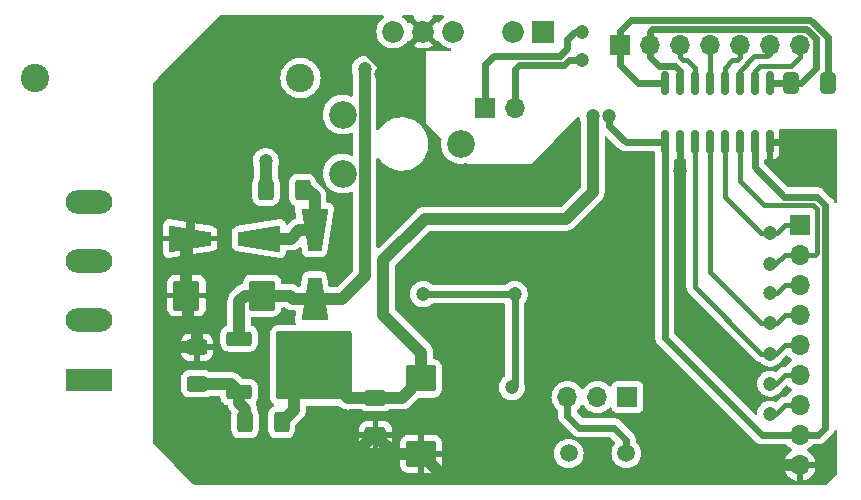
<source format=gbr>
%TF.GenerationSoftware,KiCad,Pcbnew,(7.0.0)*%
%TF.CreationDate,2023-03-14T13:29:39+01:00*%
%TF.ProjectId,breakout-board-power-measurement,62726561-6b6f-4757-942d-626f6172642d,rev?*%
%TF.SameCoordinates,Original*%
%TF.FileFunction,Copper,L2,Bot*%
%TF.FilePolarity,Positive*%
%FSLAX46Y46*%
G04 Gerber Fmt 4.6, Leading zero omitted, Abs format (unit mm)*
G04 Created by KiCad (PCBNEW (7.0.0)) date 2023-03-14 13:29:39*
%MOMM*%
%LPD*%
G01*
G04 APERTURE LIST*
G04 Aperture macros list*
%AMRoundRect*
0 Rectangle with rounded corners*
0 $1 Rounding radius*
0 $2 $3 $4 $5 $6 $7 $8 $9 X,Y pos of 4 corners*
0 Add a 4 corners polygon primitive as box body*
4,1,4,$2,$3,$4,$5,$6,$7,$8,$9,$2,$3,0*
0 Add four circle primitives for the rounded corners*
1,1,$1+$1,$2,$3*
1,1,$1+$1,$4,$5*
1,1,$1+$1,$6,$7*
1,1,$1+$1,$8,$9*
0 Add four rect primitives between the rounded corners*
20,1,$1+$1,$2,$3,$4,$5,0*
20,1,$1+$1,$4,$5,$6,$7,0*
20,1,$1+$1,$6,$7,$8,$9,0*
20,1,$1+$1,$8,$9,$2,$3,0*%
%AMOutline4P*
0 Free polygon, 4 corners , with rotation*
0 The origin of the aperture is its center*
0 number of corners: always 4*
0 $1 to $8 corner X, Y*
0 $9 Rotation angle, in degrees counterclockwise*
0 create outline with 4 corners*
4,1,4,$1,$2,$3,$4,$5,$6,$7,$8,$1,$2,$9*%
G04 Aperture macros list end*
%TA.AperFunction,ComponentPad*%
%ADD10R,1.700000X1.700000*%
%TD*%
%TA.AperFunction,ComponentPad*%
%ADD11O,1.700000X1.700000*%
%TD*%
%TA.AperFunction,SMDPad,CuDef*%
%ADD12Outline4P,-1.800000X-1.150000X1.800000X-0.550000X1.800000X0.550000X-1.800000X1.150000X90.000000*%
%TD*%
%TA.AperFunction,SMDPad,CuDef*%
%ADD13Outline4P,-1.800000X-1.150000X1.800000X-0.550000X1.800000X0.550000X-1.800000X1.150000X270.000000*%
%TD*%
%TA.AperFunction,ComponentPad*%
%ADD14C,2.340000*%
%TD*%
%TA.AperFunction,ComponentPad*%
%ADD15R,3.960000X1.980000*%
%TD*%
%TA.AperFunction,ComponentPad*%
%ADD16O,3.960000X1.980000*%
%TD*%
%TA.AperFunction,ComponentPad*%
%ADD17R,1.850000X1.850000*%
%TD*%
%TA.AperFunction,ComponentPad*%
%ADD18C,1.850000*%
%TD*%
%TA.AperFunction,SMDPad,CuDef*%
%ADD19RoundRect,0.250000X0.625000X-0.400000X0.625000X0.400000X-0.625000X0.400000X-0.625000X-0.400000X0*%
%TD*%
%TA.AperFunction,SMDPad,CuDef*%
%ADD20RoundRect,0.250000X0.400000X0.625000X-0.400000X0.625000X-0.400000X-0.625000X0.400000X-0.625000X0*%
%TD*%
%TA.AperFunction,SMDPad,CuDef*%
%ADD21RoundRect,0.250000X0.875000X1.025000X-0.875000X1.025000X-0.875000X-1.025000X0.875000X-1.025000X0*%
%TD*%
%TA.AperFunction,ComponentPad*%
%ADD22C,2.400000*%
%TD*%
%TA.AperFunction,SMDPad,CuDef*%
%ADD23RoundRect,0.250000X-0.400000X-0.625000X0.400000X-0.625000X0.400000X0.625000X-0.400000X0.625000X0*%
%TD*%
%TA.AperFunction,SMDPad,CuDef*%
%ADD24RoundRect,0.250000X0.412500X0.650000X-0.412500X0.650000X-0.412500X-0.650000X0.412500X-0.650000X0*%
%TD*%
%TA.AperFunction,SMDPad,CuDef*%
%ADD25RoundRect,0.250000X-0.650000X0.412500X-0.650000X-0.412500X0.650000X-0.412500X0.650000X0.412500X0*%
%TD*%
%TA.AperFunction,SMDPad,CuDef*%
%ADD26RoundRect,0.250000X-1.025000X0.875000X-1.025000X-0.875000X1.025000X-0.875000X1.025000X0.875000X0*%
%TD*%
%TA.AperFunction,SMDPad,CuDef*%
%ADD27RoundRect,0.250000X-0.850000X-0.350000X0.850000X-0.350000X0.850000X0.350000X-0.850000X0.350000X0*%
%TD*%
%TA.AperFunction,SMDPad,CuDef*%
%ADD28RoundRect,0.250000X-1.275000X-1.125000X1.275000X-1.125000X1.275000X1.125000X-1.275000X1.125000X0*%
%TD*%
%TA.AperFunction,SMDPad,CuDef*%
%ADD29RoundRect,0.249997X-2.950003X-2.650003X2.950003X-2.650003X2.950003X2.650003X-2.950003X2.650003X0*%
%TD*%
%TA.AperFunction,SMDPad,CuDef*%
%ADD30Outline4P,-1.800000X-1.150000X1.800000X-0.550000X1.800000X0.550000X-1.800000X1.150000X180.000000*%
%TD*%
%TA.AperFunction,SMDPad,CuDef*%
%ADD31Outline4P,-1.800000X-1.150000X1.800000X-0.550000X1.800000X0.550000X-1.800000X1.150000X0.000000*%
%TD*%
%TA.AperFunction,ComponentPad*%
%ADD32C,1.500000*%
%TD*%
%TA.AperFunction,SMDPad,CuDef*%
%ADD33RoundRect,0.150000X-0.150000X0.825000X-0.150000X-0.825000X0.150000X-0.825000X0.150000X0.825000X0*%
%TD*%
%TA.AperFunction,ViaPad*%
%ADD34C,1.200000*%
%TD*%
%TA.AperFunction,Conductor*%
%ADD35C,0.600000*%
%TD*%
%TA.AperFunction,Conductor*%
%ADD36C,0.800000*%
%TD*%
%TA.AperFunction,Conductor*%
%ADD37C,1.000000*%
%TD*%
%TA.AperFunction,Conductor*%
%ADD38C,0.400000*%
%TD*%
G04 APERTURE END LIST*
D10*
%TO.P,J2,1,Pin_1*%
%TO.N,Net-(J2-Pin_1)*%
X185673999Y-130682999D03*
D11*
%TO.P,J2,2,Pin_2*%
%TO.N,Net-(J2-Pin_2)*%
X185673999Y-133222999D03*
%TO.P,J2,3,Pin_3*%
%TO.N,Net-(J2-Pin_3)*%
X185673999Y-135762999D03*
%TO.P,J2,4,Pin_4*%
%TO.N,Net-(J2-Pin_4)*%
X185673999Y-138302999D03*
%TO.P,J2,5,Pin_5*%
%TO.N,Net-(J2-Pin_5)*%
X185673999Y-140842999D03*
%TO.P,J2,6,Pin_6*%
%TO.N,Net-(J2-Pin_6)*%
X185673999Y-143382999D03*
%TO.P,J2,7,Pin_7*%
%TO.N,Net-(J2-Pin_7)*%
X185673999Y-145922999D03*
%TO.P,J2,8,Pin_8*%
%TO.N,/3V3D*%
X185673999Y-148462999D03*
%TO.P,J2,9,Pin_9*%
%TO.N,GNDD*%
X185673999Y-151002999D03*
%TD*%
D10*
%TO.P,J3,1,Pin_1*%
%TO.N,Net-(J3-Pin_1)*%
X170433999Y-115442999D03*
D11*
%TO.P,J3,2,Pin_2*%
%TO.N,Net-(J3-Pin_2)*%
X172973999Y-115442999D03*
%TO.P,J3,3,Pin_3*%
%TO.N,Net-(J3-Pin_3)*%
X175513999Y-115442999D03*
%TO.P,J3,4,Pin_4*%
%TO.N,Net-(J3-Pin_4)*%
X178053999Y-115442999D03*
%TO.P,J3,5,Pin_5*%
%TO.N,Net-(J3-Pin_5)*%
X180593999Y-115442999D03*
%TO.P,J3,6,Pin_6*%
%TO.N,Net-(J3-Pin_6)*%
X183133999Y-115442999D03*
%TO.P,J3,7,Pin_7*%
%TO.N,Net-(J3-Pin_7)*%
X185673999Y-115442999D03*
%TD*%
D10*
%TO.P,J4,1,Pin_1*%
%TO.N,Net-(J4-Pin_1)*%
X159023999Y-120751999D03*
D11*
%TO.P,J4,2,Pin_2*%
%TO.N,Net-(J4-Pin_2)*%
X161563999Y-120751999D03*
%TD*%
D12*
%TO.P,D2,1,K*%
%TO.N,Net-(D2-K)*%
X144601800Y-136910400D03*
D13*
%TO.P,D2,2,A*%
%TO.N,Net-(D1-K)*%
X144601800Y-131110400D03*
%TD*%
D14*
%TO.P,R9,1*%
%TO.N,Net-(R6-Pad2)*%
X146972000Y-121324600D03*
%TO.P,R9,2*%
%TO.N,/voltage_pos*%
X156972000Y-123824600D03*
%TO.P,R9,3*%
%TO.N,N/C*%
X146972000Y-126324600D03*
%TD*%
D15*
%TO.P,J1,1,Pin_1*%
%TO.N,/current_neg*%
X125475999Y-143763999D03*
D16*
%TO.P,J1,2,Pin_2*%
%TO.N,HIGH_in*%
X125475999Y-138763999D03*
%TO.P,J1,3,Pin_3*%
X125475999Y-133763999D03*
%TO.P,J1,4,Pin_4*%
%TO.N,/current_pos*%
X125475999Y-128763999D03*
%TD*%
D17*
%TO.P,PS1,1,+Vin*%
%TO.N,Net-(J4-Pin_1)*%
X163956999Y-114299999D03*
D18*
%TO.P,PS1,2,-Vin*%
%TO.N,Net-(J4-Pin_2)*%
X161417000Y-114300000D03*
%TO.P,PS1,4,-Vout*%
%TO.N,unconnected-(PS1--Vout-Pad4)*%
X156337000Y-114300000D03*
%TO.P,PS1,5,0V*%
%TO.N,GNDD*%
X153797000Y-114300000D03*
%TO.P,PS1,6,+Vout*%
%TO.N,Net-(D2-K)*%
X151257000Y-114300000D03*
%TD*%
D19*
%TO.P,R27,1*%
%TO.N,Net-(U3-ADJ)*%
X134646200Y-144120200D03*
%TO.P,R27,2*%
%TO.N,GNDD*%
X134646200Y-141020200D03*
%TD*%
D20*
%TO.P,R28,1*%
%TO.N,+3.3V*%
X141808800Y-147370800D03*
%TO.P,R28,2*%
%TO.N,Net-(U3-ADJ)*%
X138708800Y-147370800D03*
%TD*%
D21*
%TO.P,C13,1*%
%TO.N,Net-(D2-K)*%
X140157200Y-136652000D03*
%TO.P,C13,2*%
%TO.N,GNDD*%
X133757200Y-136652000D03*
%TD*%
D10*
%TO.P,JP1,1,A*%
%TO.N,/OSC1_ext*%
X171094399Y-145237199D03*
D11*
%TO.P,JP1,2,C*%
%TO.N,Net-(JP1-C)*%
X168554399Y-145237199D03*
%TO.P,JP1,3,B*%
%TO.N,/OSC1*%
X166014399Y-145237199D03*
%TD*%
D22*
%TO.P,C10,1*%
%TO.N,Net-(C10-Pad1)*%
X120904000Y-118237000D03*
%TO.P,C10,2*%
%TO.N,Net-(C10-Pad2)*%
X143404000Y-118237000D03*
%TD*%
D23*
%TO.P,R26,1*%
%TO.N,Net-(C10-Pad2)*%
X140486800Y-127711200D03*
%TO.P,R26,2*%
%TO.N,Net-(D1-K)*%
X143586800Y-127711200D03*
%TD*%
D24*
%TO.P,C16,1*%
%TO.N,Net-(J3-Pin_1)*%
X188049300Y-118668800D03*
%TO.P,C16,2*%
%TO.N,Net-(J3-Pin_2)*%
X184924300Y-118668800D03*
%TD*%
D25*
%TO.P,C14,1*%
%TO.N,+3.3V*%
X149758400Y-145300300D03*
%TO.P,C14,2*%
%TO.N,GNDD*%
X149758400Y-148425300D03*
%TD*%
D26*
%TO.P,C15,1*%
%TO.N,+3.3V*%
X153619200Y-143662800D03*
%TO.P,C15,2*%
%TO.N,GNDD*%
X153619200Y-150062800D03*
%TD*%
D27*
%TO.P,U3,1,ADJ*%
%TO.N,Net-(U3-ADJ)*%
X138226800Y-144850200D03*
D28*
%TO.P,U3,2,VO*%
%TO.N,+3.3V*%
X142851800Y-141045200D03*
X142851800Y-144095200D03*
D29*
X144526800Y-142570200D03*
D28*
X146201800Y-141045200D03*
X146201800Y-144095200D03*
D27*
%TO.P,U3,3,VI*%
%TO.N,Net-(D2-K)*%
X138226800Y-140290200D03*
%TD*%
D30*
%TO.P,D1,1,K*%
%TO.N,Net-(D1-K)*%
X139881800Y-131826000D03*
D31*
%TO.P,D1,2,A*%
%TO.N,GNDD*%
X134081800Y-131826000D03*
%TD*%
D32*
%TO.P,Y1,1,1*%
%TO.N,/OSC1*%
X170996000Y-150025700D03*
%TO.P,Y1,2,2*%
%TO.N,/OSC2*%
X166116000Y-150025700D03*
%TD*%
D33*
%TO.P,U2,1,VDD1*%
%TO.N,Net-(J3-Pin_1)*%
X174244000Y-118683000D03*
%TO.P,U2,2,GND1*%
%TO.N,Net-(J3-Pin_2)*%
X175514000Y-118683000D03*
%TO.P,U2,3,A1*%
%TO.N,Net-(J3-Pin_3)*%
X176784000Y-118683000D03*
%TO.P,U2,4,A2*%
%TO.N,Net-(J3-Pin_4)*%
X178054000Y-118683000D03*
%TO.P,U2,5,A3*%
%TO.N,Net-(J3-Pin_5)*%
X179324000Y-118683000D03*
%TO.P,U2,6,A4*%
%TO.N,Net-(J3-Pin_6)*%
X180594000Y-118683000D03*
%TO.P,U2,7,EN1*%
%TO.N,Net-(J3-Pin_7)*%
X181864000Y-118683000D03*
%TO.P,U2,8,GND1*%
%TO.N,Net-(J3-Pin_2)*%
X183134000Y-118683000D03*
%TO.P,U2,9,GND2*%
%TO.N,GNDD*%
X183134000Y-123633000D03*
%TO.P,U2,10,EN2*%
%TO.N,/3V3D*%
X181864000Y-123633000D03*
%TO.P,U2,11,B4*%
%TO.N,Net-(J2-Pin_2)*%
X180594000Y-123633000D03*
%TO.P,U2,12,B3*%
%TO.N,Net-(J2-Pin_1)*%
X179324000Y-123633000D03*
%TO.P,U2,13,B2*%
%TO.N,Net-(J2-Pin_4)*%
X178054000Y-123633000D03*
%TO.P,U2,14,B1*%
%TO.N,Net-(J2-Pin_5)*%
X176784000Y-123633000D03*
%TO.P,U2,15,GND2*%
%TO.N,GNDD*%
X175514000Y-123633000D03*
%TO.P,U2,16,VDD2*%
%TO.N,/3V3D*%
X174244000Y-123633000D03*
%TD*%
D34*
%TO.N,GNDA*%
X153797000Y-136525000D03*
X161544000Y-136525000D03*
X161290000Y-144424400D03*
%TO.N,GNDD*%
X174396400Y-148615400D03*
X150241000Y-117856000D03*
X175514000Y-126111000D03*
X184861200Y-123647200D03*
X172110400Y-142087600D03*
%TO.N,/3V3D*%
X169570400Y-121462800D03*
%TO.N,Net-(C10-Pad2)*%
X140462000Y-125272800D03*
%TO.N,Net-(D2-K)*%
X148844000Y-117475000D03*
%TO.N,+3.3V*%
X168148000Y-121462800D03*
%TO.N,Net-(J2-Pin_1)*%
X183184800Y-131368800D03*
%TO.N,Net-(J2-Pin_2)*%
X183184800Y-134010400D03*
%TO.N,Net-(J2-Pin_3)*%
X183184800Y-136448800D03*
%TO.N,Net-(J2-Pin_4)*%
X183184800Y-138988800D03*
%TO.N,Net-(J2-Pin_5)*%
X183184800Y-141579600D03*
%TO.N,Net-(J2-Pin_6)*%
X183184800Y-144119600D03*
%TO.N,Net-(J2-Pin_7)*%
X183184800Y-146659600D03*
%TO.N,Net-(J4-Pin_1)*%
X167259000Y-114300000D03*
%TO.N,Net-(J4-Pin_2)*%
X167259000Y-116713000D03*
%TD*%
D35*
%TO.N,GNDA*%
X161544000Y-144170400D02*
X161290000Y-144424400D01*
X161544000Y-136525000D02*
X161544000Y-144170400D01*
X153797000Y-136525000D02*
X161544000Y-136525000D01*
%TO.N,/OSC1*%
X166014400Y-145237200D02*
X166014400Y-146837400D01*
X169926000Y-147828000D02*
X170996000Y-148898000D01*
X167005000Y-147828000D02*
X169926000Y-147828000D01*
X166014400Y-146837400D02*
X167005000Y-147828000D01*
X170996000Y-148898000D02*
X170996000Y-150025700D01*
D36*
%TO.N,GNDD*%
X147747057Y-114681000D02*
X140335000Y-114681000D01*
D37*
X151395900Y-150062800D02*
X149758400Y-148425300D01*
D35*
X173024800Y-142087600D02*
X172110400Y-142087600D01*
D37*
X132893400Y-141020200D02*
X131521200Y-142392400D01*
D35*
X175514000Y-123633000D02*
X175514000Y-126111000D01*
D37*
X133757200Y-136652000D02*
X133757200Y-132150600D01*
D35*
X174396400Y-143459200D02*
X173024800Y-142087600D01*
X174396400Y-148615400D02*
X174396400Y-143459200D01*
D37*
X131521200Y-148488400D02*
X131470400Y-148539200D01*
D36*
X150241000Y-117174943D02*
X147747057Y-114681000D01*
D37*
X153619200Y-150062800D02*
X151395900Y-150062800D01*
X172821600Y-151892000D02*
X174396400Y-150317200D01*
X131521200Y-142392400D02*
X131521200Y-148488400D01*
D36*
X134081800Y-120934200D02*
X134081800Y-131826000D01*
D37*
X184277000Y-151003000D02*
X185674000Y-151003000D01*
X174396400Y-150317200D02*
X174396400Y-150393400D01*
X174396400Y-150317200D02*
X174396400Y-148615400D01*
X133908800Y-136803600D02*
X133757200Y-136652000D01*
X183642000Y-151638000D02*
X184277000Y-151003000D01*
X134646200Y-139675400D02*
X133908800Y-138938000D01*
D36*
X150241000Y-117856000D02*
X150241000Y-117174943D01*
D37*
X134646200Y-141020200D02*
X134646200Y-139675400D01*
X134646200Y-141020200D02*
X132893400Y-141020200D01*
X131470400Y-148539200D02*
X132689600Y-149758400D01*
X133757200Y-132150600D02*
X134081800Y-131826000D01*
X155448400Y-151892000D02*
X172821600Y-151892000D01*
D35*
X184861200Y-123647200D02*
X183148200Y-123647200D01*
D36*
X140335000Y-114681000D02*
X134081800Y-120934200D01*
D37*
X174396400Y-150393400D02*
X175641000Y-151638000D01*
D35*
X183148200Y-123647200D02*
X183134000Y-123633000D01*
D37*
X153619200Y-150062800D02*
X155448400Y-151892000D01*
X175641000Y-151638000D02*
X183642000Y-151638000D01*
X133908800Y-138938000D02*
X133908800Y-136803600D01*
X148336000Y-149758400D02*
X149707600Y-148386800D01*
X132689600Y-149758400D02*
X148336000Y-149758400D01*
D35*
%TO.N,/3V3D*%
X170927800Y-123633000D02*
X174244000Y-123633000D01*
X182499000Y-148463000D02*
X174244000Y-140208000D01*
X187847200Y-147839200D02*
X187223400Y-148463000D01*
X169570400Y-121462800D02*
X169570400Y-122275600D01*
X181864000Y-125780800D02*
X184364400Y-128281200D01*
X169570400Y-122275600D02*
X170927800Y-123633000D01*
X174244000Y-140208000D02*
X174244000Y-123633000D01*
X187223400Y-148463000D02*
X185674000Y-148463000D01*
X181864000Y-123633000D02*
X181864000Y-125780800D01*
X187847200Y-128996051D02*
X187847200Y-147839200D01*
X185674000Y-148463000D02*
X182499000Y-148463000D01*
X187132350Y-128281200D02*
X187847200Y-128996051D01*
X184364400Y-128281200D02*
X187132350Y-128281200D01*
%TO.N,Net-(J3-Pin_1)*%
X188049300Y-118668800D02*
X188049300Y-114777741D01*
X172023000Y-118683000D02*
X170434000Y-117094000D01*
X170434000Y-114249200D02*
X170434000Y-115443000D01*
X170434000Y-117094000D02*
X170434000Y-115443000D01*
X174244000Y-118683000D02*
X172023000Y-118683000D01*
X188049300Y-114777741D02*
X186564560Y-113293000D01*
X186564560Y-113293000D02*
X171390200Y-113293000D01*
X171390200Y-113293000D02*
X170434000Y-114249200D01*
D38*
%TO.N,Net-(J3-Pin_7)*%
X181864000Y-118683000D02*
X181864000Y-117652800D01*
X182308800Y-117208000D02*
X184950400Y-117208000D01*
X184950400Y-117208000D02*
X185674000Y-116484400D01*
X185674000Y-116484400D02*
X185674000Y-115443000D01*
X181864000Y-117652800D02*
X182308800Y-117208000D01*
D37*
%TO.N,Net-(C10-Pad2)*%
X140486800Y-125297600D02*
X140462000Y-125272800D01*
X140486800Y-127711200D02*
X140486800Y-125297600D01*
%TO.N,Net-(D2-K)*%
X148842000Y-135028400D02*
X146960000Y-136910400D01*
X142494000Y-136652000D02*
X140157200Y-136652000D01*
X144601800Y-136910400D02*
X142752400Y-136910400D01*
X140157200Y-136652000D02*
X138684000Y-136652000D01*
X138226800Y-137109200D02*
X138684000Y-136652000D01*
X148842000Y-119636000D02*
X148842000Y-135028400D01*
X146960000Y-136910400D02*
X144601800Y-136910400D01*
X142752400Y-136910400D02*
X142494000Y-136652000D01*
X148844000Y-117475000D02*
X148842000Y-119636000D01*
X138226800Y-140290200D02*
X138226800Y-137109200D01*
%TO.N,Net-(D1-K)*%
X144068800Y-127711200D02*
X144601800Y-128244200D01*
X144601800Y-131110400D02*
X143311200Y-131110400D01*
X144601800Y-128244200D02*
X144601800Y-131110400D01*
X143311200Y-131110400D02*
X142595600Y-131826000D01*
X142595600Y-131826000D02*
X139881800Y-131826000D01*
X143586800Y-127711200D02*
X144068800Y-127711200D01*
%TO.N,+3.3V*%
X142851800Y-146327800D02*
X141808800Y-147370800D01*
X149758400Y-145300300D02*
X147406900Y-145300300D01*
X165887400Y-130149600D02*
X168148000Y-127889000D01*
X151981700Y-145300300D02*
X153619200Y-143662800D01*
X150418800Y-138277600D02*
X150418800Y-133654800D01*
X150418800Y-133654800D02*
X153924000Y-130149600D01*
X153619200Y-141478000D02*
X150418800Y-138277600D01*
X153924000Y-130149600D02*
X165887400Y-130149600D01*
X168148000Y-127889000D02*
X168148000Y-121462800D01*
X153619200Y-143662800D02*
X153619200Y-141478000D01*
X142851800Y-144095200D02*
X142851800Y-146327800D01*
X147406900Y-145300300D02*
X146201800Y-144095200D01*
X149758400Y-145300300D02*
X151981700Y-145300300D01*
D38*
%TO.N,Net-(J2-Pin_1)*%
X183184800Y-131368800D02*
X182422800Y-131368800D01*
X183184800Y-131368800D02*
X183718200Y-131368800D01*
X182422800Y-131368800D02*
X179324000Y-128270000D01*
X179324000Y-128270000D02*
X179324000Y-123633000D01*
X184404000Y-130683000D02*
X185674000Y-130683000D01*
X183718200Y-131368800D02*
X184404000Y-130683000D01*
%TO.N,Net-(J2-Pin_2)*%
X185674000Y-133223000D02*
X186969400Y-133223000D01*
X187147200Y-129286000D02*
X186842400Y-128981200D01*
X183616600Y-134010400D02*
X184404000Y-133223000D01*
X182626000Y-128981200D02*
X180594000Y-126949200D01*
X186969400Y-133223000D02*
X187147200Y-133045200D01*
X187147200Y-133045200D02*
X187147200Y-129286000D01*
X186842400Y-128981200D02*
X182626000Y-128981200D01*
X184404000Y-133223000D02*
X185674000Y-133223000D01*
X180594000Y-126949200D02*
X180594000Y-123633000D01*
X183184800Y-134010400D02*
X183616600Y-134010400D01*
%TO.N,Net-(J2-Pin_3)*%
X183718200Y-136448800D02*
X184404000Y-135763000D01*
X183184800Y-136448800D02*
X183718200Y-136448800D01*
X184404000Y-135763000D02*
X185674000Y-135763000D01*
%TO.N,Net-(J2-Pin_4)*%
X183184800Y-138988800D02*
X183718200Y-138988800D01*
X183184800Y-138988800D02*
X182422800Y-138988800D01*
X182422800Y-138988800D02*
X178054000Y-134620000D01*
X184404000Y-138303000D02*
X185674000Y-138303000D01*
X178054000Y-134620000D02*
X178054000Y-123633000D01*
X183718200Y-138988800D02*
X184404000Y-138303000D01*
%TO.N,Net-(J2-Pin_5)*%
X183184800Y-141579600D02*
X182422800Y-141579600D01*
X183184800Y-141579600D02*
X183667400Y-141579600D01*
X176784000Y-135940800D02*
X176784000Y-123633000D01*
X184404000Y-140843000D02*
X185674000Y-140843000D01*
X183667400Y-141579600D02*
X184404000Y-140843000D01*
X182422800Y-141579600D02*
X176784000Y-135940800D01*
%TO.N,Net-(J2-Pin_6)*%
X184404000Y-143383000D02*
X185674000Y-143383000D01*
X183184800Y-144119600D02*
X183667400Y-144119600D01*
X183667400Y-144119600D02*
X184404000Y-143383000D01*
%TO.N,Net-(J2-Pin_7)*%
X183667400Y-146659600D02*
X184404000Y-145923000D01*
X183184800Y-146659600D02*
X183667400Y-146659600D01*
X184404000Y-145923000D02*
X185674000Y-145923000D01*
D35*
%TO.N,Net-(J3-Pin_2)*%
X183134000Y-118683000D02*
X184910100Y-118683000D01*
X172974000Y-116459000D02*
X173736000Y-117221000D01*
X173181000Y-114093000D02*
X172974000Y-114300000D01*
X187024000Y-114883811D02*
X186233189Y-114093000D01*
X172974000Y-115443000D02*
X172974000Y-116459000D01*
X184910100Y-118683000D02*
X184924300Y-118668800D01*
X184924300Y-118668800D02*
X185750200Y-118668800D01*
X175514000Y-117602000D02*
X175514000Y-118683000D01*
X175120000Y-117208000D02*
X175514000Y-117602000D01*
X173736000Y-117221000D02*
X173749000Y-117208000D01*
X186233189Y-114093000D02*
X173181000Y-114093000D01*
X187024000Y-117395000D02*
X187024000Y-114883811D01*
X173749000Y-117208000D02*
X175120000Y-117208000D01*
X172974000Y-114300000D02*
X172974000Y-115443000D01*
X185750200Y-118668800D02*
X187024000Y-117395000D01*
D38*
%TO.N,Net-(J3-Pin_3)*%
X175514000Y-116470629D02*
X175756371Y-116713000D01*
X176784000Y-117348000D02*
X176784000Y-118683000D01*
X176149000Y-116713000D02*
X176784000Y-117348000D01*
X175514000Y-115443000D02*
X175514000Y-116470629D01*
X175756371Y-116713000D02*
X176149000Y-116713000D01*
%TO.N,Net-(J3-Pin_4)*%
X178054000Y-115443000D02*
X178054000Y-118683000D01*
%TO.N,Net-(J3-Pin_5)*%
X179324000Y-117348000D02*
X179959000Y-116713000D01*
X179959000Y-116713000D02*
X180340000Y-116713000D01*
X180594000Y-116459000D02*
X180594000Y-115443000D01*
X180340000Y-116713000D02*
X180594000Y-116459000D01*
X179324000Y-118683000D02*
X179324000Y-117348000D01*
%TO.N,Net-(J3-Pin_6)*%
X183134000Y-116204800D02*
X183134000Y-115443000D01*
X182930800Y-116408000D02*
X183134000Y-116204800D01*
X180594000Y-117602000D02*
X181788000Y-116408000D01*
X181788000Y-116408000D02*
X182930800Y-116408000D01*
X180594000Y-117602000D02*
X180594000Y-118683000D01*
D35*
%TO.N,Net-(J4-Pin_1)*%
X165989000Y-114935000D02*
X166624000Y-114300000D01*
X165989000Y-115697000D02*
X165989000Y-114935000D01*
X166624000Y-114300000D02*
X167259000Y-114300000D01*
X165354000Y-116332000D02*
X165989000Y-115697000D01*
X159766000Y-116332000D02*
X165354000Y-116332000D01*
X159024000Y-117074000D02*
X159766000Y-116332000D01*
X159024000Y-120752000D02*
X159024000Y-117074000D01*
D37*
%TO.N,Net-(U3-ADJ)*%
X138226800Y-145745200D02*
X138226800Y-144850200D01*
X134646200Y-144120200D02*
X137496800Y-144120200D01*
X138708800Y-146227200D02*
X138226800Y-145745200D01*
X138708800Y-147370800D02*
X138708800Y-146227200D01*
X137496800Y-144120200D02*
X138226800Y-144850200D01*
D35*
%TO.N,Net-(J4-Pin_2)*%
X166104371Y-116713000D02*
X167259000Y-116713000D01*
X161925000Y-117132000D02*
X165685371Y-117132000D01*
X161564000Y-120752000D02*
X161564000Y-117493000D01*
X165685371Y-117132000D02*
X166104371Y-116713000D01*
X161564000Y-117493000D02*
X161925000Y-117132000D01*
%TD*%
%TA.AperFunction,Conductor*%
%TO.N,GNDD*%
G36*
X150428828Y-112917945D02*
G01*
X150473620Y-112959178D01*
X150493387Y-113016760D01*
X150483367Y-113076810D01*
X150445974Y-113124851D01*
X150288227Y-113247632D01*
X150284762Y-113251394D01*
X150284752Y-113251405D01*
X150131705Y-113417657D01*
X150131696Y-113417668D01*
X150128225Y-113421439D01*
X150125419Y-113425733D01*
X150125415Y-113425739D01*
X150001818Y-113614918D01*
X150001811Y-113614930D01*
X149999014Y-113619212D01*
X149996959Y-113623896D01*
X149996953Y-113623908D01*
X149926185Y-113785244D01*
X149904117Y-113835555D01*
X149902859Y-113840520D01*
X149902858Y-113840525D01*
X149847383Y-114059590D01*
X149847380Y-114059602D01*
X149846124Y-114064566D01*
X149845700Y-114069675D01*
X149845699Y-114069685D01*
X149830340Y-114255046D01*
X149826615Y-114300000D01*
X149827039Y-114305117D01*
X149845699Y-114530314D01*
X149845700Y-114530322D01*
X149846124Y-114535434D01*
X149847381Y-114540399D01*
X149847383Y-114540409D01*
X149878958Y-114665095D01*
X149904117Y-114764445D01*
X149906177Y-114769141D01*
X149996953Y-114976091D01*
X149996956Y-114976097D01*
X149999014Y-114980788D01*
X150001814Y-114985074D01*
X150001818Y-114985081D01*
X150125415Y-115174260D01*
X150128225Y-115178561D01*
X150131701Y-115182337D01*
X150131705Y-115182342D01*
X150284752Y-115348594D01*
X150284756Y-115348598D01*
X150288227Y-115352368D01*
X150350067Y-115400500D01*
X150470073Y-115493905D01*
X150474654Y-115497470D01*
X150682421Y-115609908D01*
X150905861Y-115686616D01*
X151138880Y-115725500D01*
X151369987Y-115725500D01*
X151375120Y-115725500D01*
X151608139Y-115686616D01*
X151831579Y-115609908D01*
X152039346Y-115497470D01*
X152074891Y-115469804D01*
X152986193Y-115469804D01*
X152994300Y-115480995D01*
X153010881Y-115493901D01*
X153019436Y-115499490D01*
X153218117Y-115607012D01*
X153227469Y-115611114D01*
X153441130Y-115684463D01*
X153451042Y-115686974D01*
X153673858Y-115724155D01*
X153684054Y-115725000D01*
X153909946Y-115725000D01*
X153920140Y-115724155D01*
X154020362Y-115707431D01*
X154028827Y-115708181D01*
X154036785Y-115704691D01*
X154142958Y-115686974D01*
X154152869Y-115684463D01*
X154366530Y-115611114D01*
X154375882Y-115607012D01*
X154574566Y-115499489D01*
X154583113Y-115493905D01*
X154599701Y-115480993D01*
X154607806Y-115469806D01*
X154601145Y-115457698D01*
X153808542Y-114665095D01*
X153797000Y-114658431D01*
X153785457Y-114665095D01*
X152992852Y-115457699D01*
X152986193Y-115469804D01*
X152074891Y-115469804D01*
X152225773Y-115352368D01*
X152385775Y-115178561D01*
X152424244Y-115119678D01*
X152463069Y-115081893D01*
X152514303Y-115064267D01*
X152568161Y-115070168D01*
X152614362Y-115098472D01*
X152628149Y-115111838D01*
X152637530Y-115105915D01*
X153431904Y-114311542D01*
X153438568Y-114299999D01*
X153431904Y-114288457D01*
X152637530Y-113494083D01*
X152628149Y-113488159D01*
X152614362Y-113501526D01*
X152568162Y-113529829D01*
X152514303Y-113535732D01*
X152463070Y-113518106D01*
X152424242Y-113480318D01*
X152385775Y-113421439D01*
X152382297Y-113417661D01*
X152382294Y-113417657D01*
X152229247Y-113251405D01*
X152229242Y-113251400D01*
X152225773Y-113247632D01*
X152068025Y-113124851D01*
X152030633Y-113076810D01*
X152020613Y-113016760D01*
X152040380Y-112959178D01*
X152085172Y-112917945D01*
X152144189Y-112903000D01*
X152910622Y-112903000D01*
X152969640Y-112917945D01*
X153014431Y-112959179D01*
X153034199Y-113016762D01*
X153024177Y-113076812D01*
X153003240Y-113103710D01*
X153004643Y-113104727D01*
X152986193Y-113130193D01*
X152992852Y-113142299D01*
X153785457Y-113934904D01*
X153797000Y-113941568D01*
X153808542Y-113934904D01*
X154601146Y-113142299D01*
X154607805Y-113130194D01*
X154589356Y-113104726D01*
X154590758Y-113103709D01*
X154569822Y-113076810D01*
X154559802Y-113016760D01*
X154579569Y-112959178D01*
X154624361Y-112917945D01*
X154683378Y-112903000D01*
X155449811Y-112903000D01*
X155508828Y-112917945D01*
X155553620Y-112959178D01*
X155573387Y-113016760D01*
X155563367Y-113076810D01*
X155525974Y-113124851D01*
X155368227Y-113247632D01*
X155364762Y-113251394D01*
X155364752Y-113251405D01*
X155211705Y-113417657D01*
X155211696Y-113417668D01*
X155208225Y-113421439D01*
X155205419Y-113425734D01*
X155205413Y-113425742D01*
X155169756Y-113480319D01*
X155130929Y-113518107D01*
X155079695Y-113535733D01*
X155025837Y-113529830D01*
X154979637Y-113501527D01*
X154965849Y-113488160D01*
X154956467Y-113494084D01*
X154162095Y-114288457D01*
X154155431Y-114300000D01*
X154162095Y-114311542D01*
X154956467Y-115105914D01*
X154965847Y-115111837D01*
X154979633Y-115098473D01*
X155025834Y-115070168D01*
X155079693Y-115064265D01*
X155130927Y-115081891D01*
X155169754Y-115119678D01*
X155208225Y-115178561D01*
X155211701Y-115182337D01*
X155211705Y-115182342D01*
X155364752Y-115348594D01*
X155364756Y-115348598D01*
X155368227Y-115352368D01*
X155430067Y-115400500D01*
X155550073Y-115493905D01*
X155554654Y-115497470D01*
X155762421Y-115609908D01*
X155985861Y-115686616D01*
X155990919Y-115687460D01*
X156094179Y-115704691D01*
X156149931Y-115729147D01*
X156187325Y-115777190D01*
X156197345Y-115837240D01*
X156177578Y-115894822D01*
X156132786Y-115936055D01*
X156073769Y-115951000D01*
X154051000Y-115951000D01*
X154051000Y-122047000D01*
X154059638Y-122055638D01*
X155316013Y-123312013D01*
X155347486Y-123365366D01*
X155349223Y-123427286D01*
X155316558Y-123570403D01*
X155316556Y-123570410D01*
X155315526Y-123574927D01*
X155315179Y-123579546D01*
X155315179Y-123579552D01*
X155298647Y-123800156D01*
X155296816Y-123824600D01*
X155297163Y-123829230D01*
X155313734Y-124050370D01*
X155315526Y-124074273D01*
X155316556Y-124078786D01*
X155316557Y-124078792D01*
X155363270Y-124283452D01*
X155371240Y-124318369D01*
X155372935Y-124322688D01*
X155372936Y-124322691D01*
X155461013Y-124547110D01*
X155461016Y-124547116D01*
X155462711Y-124551435D01*
X155465029Y-124555450D01*
X155465032Y-124555456D01*
X155471454Y-124566579D01*
X155587898Y-124768265D01*
X155590790Y-124771891D01*
X155741109Y-124960386D01*
X155741114Y-124960391D01*
X155744003Y-124964014D01*
X155927540Y-125134312D01*
X155931361Y-125136917D01*
X155931366Y-125136921D01*
X156007478Y-125188813D01*
X156134408Y-125275352D01*
X156359987Y-125383985D01*
X156364415Y-125385351D01*
X156364418Y-125385352D01*
X156397032Y-125395412D01*
X156599236Y-125457784D01*
X156846813Y-125495100D01*
X157092550Y-125495100D01*
X157097187Y-125495100D01*
X157344764Y-125457784D01*
X157365184Y-125451484D01*
X157419644Y-125447274D01*
X157470631Y-125466873D01*
X157471360Y-125467360D01*
X157480000Y-125476000D01*
X162941000Y-125476000D01*
X164846597Y-123570403D01*
X166848496Y-121568502D01*
X166909179Y-121535161D01*
X166978283Y-121539556D01*
X167034256Y-121580321D01*
X167059644Y-121644744D01*
X167060183Y-121650565D01*
X167061603Y-121665883D01*
X167063171Y-121671394D01*
X167063173Y-121671404D01*
X167115847Y-121856531D01*
X167115849Y-121856537D01*
X167117418Y-121862050D01*
X167134500Y-121896356D01*
X167147500Y-121951626D01*
X167147500Y-127423217D01*
X167138061Y-127470670D01*
X167111181Y-127510898D01*
X165509299Y-129112781D01*
X165469071Y-129139661D01*
X165421618Y-129149100D01*
X153938237Y-129149100D01*
X153935096Y-129149060D01*
X153853923Y-129147003D01*
X153853920Y-129147003D01*
X153847636Y-129146844D01*
X153841453Y-129147952D01*
X153841441Y-129147953D01*
X153789581Y-129157248D01*
X153780254Y-129158557D01*
X153727815Y-129163890D01*
X153727813Y-129163890D01*
X153721562Y-129164526D01*
X153715573Y-129166404D01*
X153715563Y-129166407D01*
X153692526Y-129173635D01*
X153677289Y-129177374D01*
X153653538Y-129181631D01*
X153653525Y-129181634D01*
X153647347Y-129182742D01*
X153641520Y-129185069D01*
X153641504Y-129185074D01*
X153592567Y-129204621D01*
X153583697Y-129207779D01*
X153533411Y-129223557D01*
X153533396Y-129223563D01*
X153527412Y-129225441D01*
X153521922Y-129228487D01*
X153521915Y-129228491D01*
X153500809Y-129240205D01*
X153486640Y-129246934D01*
X153464223Y-129255889D01*
X153464213Y-129255893D01*
X153458383Y-129258223D01*
X153453140Y-129261678D01*
X153453131Y-129261683D01*
X153409123Y-129290686D01*
X153401073Y-129295563D01*
X153349498Y-129324191D01*
X153344729Y-129328284D01*
X153344726Y-129328287D01*
X153326414Y-129344007D01*
X153313887Y-129353452D01*
X153293731Y-129366736D01*
X153293719Y-129366745D01*
X153288481Y-129370198D01*
X153284039Y-129374639D01*
X153284035Y-129374643D01*
X153246774Y-129411903D01*
X153239868Y-129418304D01*
X153199873Y-129452640D01*
X153199869Y-129452643D01*
X153195105Y-129456734D01*
X153191260Y-129461700D01*
X153191260Y-129461701D01*
X153176480Y-129480794D01*
X153166108Y-129492569D01*
X150054181Y-132604499D01*
X150004818Y-132634749D01*
X149947102Y-132639291D01*
X149893615Y-132617136D01*
X149856015Y-132573113D01*
X149842500Y-132516818D01*
X149842500Y-125104776D01*
X149858565Y-125043735D01*
X149902596Y-124998511D01*
X149963186Y-124980820D01*
X150024634Y-124995248D01*
X150070393Y-125037477D01*
X150070825Y-125038265D01*
X150073279Y-125041596D01*
X150073280Y-125041597D01*
X150246996Y-125277367D01*
X150249554Y-125280838D01*
X150459020Y-125497424D01*
X150614417Y-125620139D01*
X150692230Y-125681588D01*
X150692234Y-125681590D01*
X150695485Y-125684158D01*
X150954730Y-125837709D01*
X150958534Y-125839322D01*
X150958538Y-125839324D01*
X151063578Y-125883864D01*
X151232128Y-125955336D01*
X151522729Y-126034940D01*
X151821347Y-126075100D01*
X152045162Y-126075100D01*
X152047244Y-126075100D01*
X152272634Y-126060012D01*
X152567903Y-125999996D01*
X152852537Y-125901160D01*
X153121459Y-125765268D01*
X153369869Y-125594744D01*
X153593333Y-125392632D01*
X153787865Y-125162539D01*
X153949993Y-124908570D01*
X154076823Y-124635258D01*
X154166093Y-124347479D01*
X154216209Y-124050370D01*
X154226277Y-123749231D01*
X154196118Y-123449438D01*
X154126269Y-123156339D01*
X154017977Y-122875166D01*
X154005466Y-122852337D01*
X153945168Y-122742306D01*
X153873175Y-122610935D01*
X153694446Y-122368362D01*
X153484980Y-122151776D01*
X153352300Y-122047000D01*
X153251769Y-121967611D01*
X153251762Y-121967606D01*
X153248515Y-121965042D01*
X153244954Y-121962932D01*
X153244947Y-121962928D01*
X152992831Y-121813600D01*
X152992828Y-121813598D01*
X152989270Y-121811491D01*
X152985471Y-121809880D01*
X152985461Y-121809875D01*
X152715681Y-121695479D01*
X152715678Y-121695478D01*
X152711872Y-121693864D01*
X152707885Y-121692772D01*
X152707877Y-121692769D01*
X152425278Y-121615357D01*
X152425269Y-121615355D01*
X152421271Y-121614260D01*
X152417164Y-121613707D01*
X152417156Y-121613706D01*
X152126754Y-121574651D01*
X152126746Y-121574650D01*
X152122653Y-121574100D01*
X151896756Y-121574100D01*
X151894682Y-121574238D01*
X151894677Y-121574239D01*
X151675498Y-121588911D01*
X151675492Y-121588911D01*
X151671366Y-121589188D01*
X151667309Y-121590012D01*
X151667306Y-121590013D01*
X151380165Y-121648377D01*
X151380162Y-121648377D01*
X151376097Y-121649204D01*
X151372183Y-121650563D01*
X151372176Y-121650565D01*
X151095375Y-121746681D01*
X151095367Y-121746684D01*
X151091463Y-121748040D01*
X151087771Y-121749905D01*
X151087763Y-121749909D01*
X150826242Y-121882061D01*
X150826232Y-121882066D01*
X150822541Y-121883932D01*
X150819130Y-121886272D01*
X150819124Y-121886277D01*
X150577548Y-122052109D01*
X150577534Y-122052119D01*
X150574131Y-122054456D01*
X150571066Y-122057227D01*
X150571056Y-122057236D01*
X150353741Y-122253787D01*
X150353735Y-122253792D01*
X150350667Y-122256568D01*
X150347998Y-122259723D01*
X150347991Y-122259732D01*
X150158810Y-122483496D01*
X150158804Y-122483503D01*
X150156135Y-122486661D01*
X150153912Y-122490142D01*
X150153904Y-122490154D01*
X150071019Y-122619993D01*
X150024633Y-122662800D01*
X149963185Y-122677227D01*
X149902596Y-122659536D01*
X149858565Y-122614311D01*
X149842500Y-122553271D01*
X149842500Y-119636062D01*
X149842721Y-119396877D01*
X149844047Y-117964621D01*
X149857047Y-117909464D01*
X149857951Y-117907649D01*
X149874582Y-117874250D01*
X149930397Y-117678083D01*
X149949215Y-117475000D01*
X149930397Y-117271917D01*
X149874582Y-117075750D01*
X149783673Y-116893179D01*
X149685223Y-116762810D01*
X149664221Y-116734998D01*
X149664217Y-116734994D01*
X149660764Y-116730421D01*
X149656527Y-116726558D01*
X149656523Y-116726554D01*
X149514275Y-116596879D01*
X149514276Y-116596879D01*
X149510041Y-116593019D01*
X149505171Y-116590004D01*
X149505169Y-116590002D01*
X149341511Y-116488670D01*
X149341512Y-116488670D01*
X149336637Y-116485652D01*
X149331294Y-116483582D01*
X149151803Y-116414047D01*
X149151798Y-116414045D01*
X149146456Y-116411976D01*
X149140818Y-116410922D01*
X148951605Y-116375552D01*
X148951602Y-116375551D01*
X148945976Y-116374500D01*
X148742024Y-116374500D01*
X148736398Y-116375551D01*
X148736394Y-116375552D01*
X148547181Y-116410922D01*
X148547178Y-116410922D01*
X148541544Y-116411976D01*
X148536203Y-116414044D01*
X148536196Y-116414047D01*
X148356705Y-116483582D01*
X148356700Y-116483584D01*
X148351363Y-116485652D01*
X148346491Y-116488668D01*
X148346488Y-116488670D01*
X148182830Y-116590002D01*
X148182822Y-116590007D01*
X148177959Y-116593019D01*
X148173728Y-116596875D01*
X148173724Y-116596879D01*
X148031476Y-116726554D01*
X148031466Y-116726564D01*
X148027236Y-116730421D01*
X148023787Y-116734987D01*
X148023778Y-116734998D01*
X147907779Y-116888607D01*
X147907776Y-116888611D01*
X147904327Y-116893179D01*
X147901774Y-116898304D01*
X147901772Y-116898309D01*
X147815976Y-117070612D01*
X147813418Y-117075750D01*
X147811850Y-117081258D01*
X147811847Y-117081268D01*
X147759173Y-117266395D01*
X147759170Y-117266406D01*
X147757603Y-117271917D01*
X147757073Y-117277627D01*
X147757073Y-117277632D01*
X147745218Y-117405578D01*
X147738785Y-117475000D01*
X147739314Y-117480709D01*
X147751683Y-117614201D01*
X147757603Y-117678083D01*
X147759171Y-117683594D01*
X147759173Y-117683604D01*
X147797647Y-117818822D01*
X147813418Y-117874250D01*
X147815976Y-117879387D01*
X147830048Y-117907649D01*
X147843047Y-117963034D01*
X147841593Y-119533447D01*
X147841569Y-119533919D01*
X147841500Y-119534259D01*
X147841500Y-119535289D01*
X147841500Y-119635053D01*
X147841453Y-119684797D01*
X147841453Y-119684832D01*
X147841453Y-119685816D01*
X147841487Y-119686159D01*
X147841500Y-119686644D01*
X147841500Y-119691869D01*
X147826028Y-119751850D01*
X147783472Y-119796863D01*
X147724453Y-119815674D01*
X147663699Y-119803589D01*
X147588197Y-119767229D01*
X147588186Y-119767225D01*
X147584013Y-119765215D01*
X147579591Y-119763851D01*
X147579581Y-119763847D01*
X147349194Y-119692782D01*
X147349187Y-119692780D01*
X147344764Y-119691416D01*
X147340188Y-119690726D01*
X147340178Y-119690724D01*
X147101772Y-119654791D01*
X147101771Y-119654790D01*
X147097187Y-119654100D01*
X146846813Y-119654100D01*
X146842229Y-119654790D01*
X146842227Y-119654791D01*
X146603821Y-119690724D01*
X146603809Y-119690726D01*
X146599236Y-119691416D01*
X146594814Y-119692779D01*
X146594805Y-119692782D01*
X146364418Y-119763847D01*
X146364403Y-119763852D01*
X146359987Y-119765215D01*
X146355818Y-119767222D01*
X146355807Y-119767227D01*
X146138593Y-119871832D01*
X146138586Y-119871835D01*
X146134408Y-119873848D01*
X146130575Y-119876461D01*
X146130572Y-119876463D01*
X145931366Y-120012278D01*
X145931353Y-120012288D01*
X145927540Y-120014888D01*
X145924148Y-120018034D01*
X145924142Y-120018040D01*
X145790546Y-120142000D01*
X145744003Y-120185186D01*
X145741120Y-120188801D01*
X145741109Y-120188813D01*
X145590790Y-120377308D01*
X145587898Y-120380935D01*
X145585579Y-120384951D01*
X145585578Y-120384953D01*
X145465032Y-120593743D01*
X145465026Y-120593754D01*
X145462711Y-120597765D01*
X145461018Y-120602078D01*
X145461013Y-120602089D01*
X145372936Y-120826508D01*
X145372933Y-120826515D01*
X145371240Y-120830831D01*
X145370208Y-120835349D01*
X145370207Y-120835355D01*
X145316557Y-121070407D01*
X145316555Y-121070415D01*
X145315526Y-121074927D01*
X145296816Y-121324600D01*
X145297163Y-121329230D01*
X145315093Y-121568503D01*
X145315526Y-121574273D01*
X145316556Y-121578786D01*
X145316557Y-121578792D01*
X145355614Y-121749909D01*
X145371240Y-121818369D01*
X145372935Y-121822688D01*
X145372936Y-121822691D01*
X145461013Y-122047110D01*
X145461016Y-122047116D01*
X145462711Y-122051435D01*
X145465029Y-122055450D01*
X145465032Y-122055456D01*
X145466060Y-122057236D01*
X145587898Y-122268265D01*
X145590790Y-122271891D01*
X145741109Y-122460386D01*
X145741114Y-122460391D01*
X145744003Y-122464014D01*
X145927540Y-122634312D01*
X145931361Y-122636917D01*
X145931366Y-122636921D01*
X145969324Y-122662800D01*
X146134408Y-122775352D01*
X146359987Y-122883985D01*
X146364415Y-122885351D01*
X146364418Y-122885352D01*
X146403315Y-122897350D01*
X146599236Y-122957784D01*
X146846813Y-122995100D01*
X147092550Y-122995100D01*
X147097187Y-122995100D01*
X147344764Y-122957784D01*
X147584013Y-122883985D01*
X147609872Y-122871532D01*
X147663699Y-122845611D01*
X147724453Y-122833526D01*
X147783472Y-122852337D01*
X147826028Y-122897350D01*
X147841500Y-122957331D01*
X147841500Y-124691869D01*
X147826028Y-124751850D01*
X147783472Y-124796863D01*
X147724453Y-124815674D01*
X147663699Y-124803589D01*
X147588197Y-124767229D01*
X147588186Y-124767225D01*
X147584013Y-124765215D01*
X147579591Y-124763851D01*
X147579581Y-124763847D01*
X147349194Y-124692782D01*
X147349187Y-124692780D01*
X147344764Y-124691416D01*
X147340188Y-124690726D01*
X147340178Y-124690724D01*
X147101772Y-124654791D01*
X147101771Y-124654790D01*
X147097187Y-124654100D01*
X146846813Y-124654100D01*
X146842229Y-124654790D01*
X146842227Y-124654791D01*
X146603821Y-124690724D01*
X146603809Y-124690726D01*
X146599236Y-124691416D01*
X146594814Y-124692779D01*
X146594805Y-124692782D01*
X146364418Y-124763847D01*
X146364403Y-124763852D01*
X146359987Y-124765215D01*
X146355818Y-124767222D01*
X146355807Y-124767227D01*
X146138593Y-124871832D01*
X146138586Y-124871835D01*
X146134408Y-124873848D01*
X146130575Y-124876461D01*
X146130572Y-124876463D01*
X145931366Y-125012278D01*
X145931353Y-125012288D01*
X145927540Y-125014888D01*
X145924148Y-125018034D01*
X145924142Y-125018040D01*
X145747404Y-125182030D01*
X145744003Y-125185186D01*
X145741120Y-125188801D01*
X145741109Y-125188813D01*
X145590790Y-125377308D01*
X145587898Y-125380935D01*
X145585579Y-125384951D01*
X145585578Y-125384953D01*
X145465032Y-125593743D01*
X145465026Y-125593754D01*
X145462711Y-125597765D01*
X145461018Y-125602078D01*
X145461013Y-125602089D01*
X145372936Y-125826508D01*
X145372933Y-125826515D01*
X145371240Y-125830831D01*
X145370208Y-125835349D01*
X145370207Y-125835355D01*
X145316557Y-126070407D01*
X145316555Y-126070415D01*
X145315526Y-126074927D01*
X145296816Y-126324600D01*
X145297163Y-126329230D01*
X145309854Y-126498593D01*
X145315526Y-126574273D01*
X145316556Y-126578786D01*
X145316557Y-126578792D01*
X145361049Y-126773721D01*
X145371240Y-126818369D01*
X145372935Y-126822688D01*
X145372936Y-126822691D01*
X145461013Y-127047110D01*
X145461016Y-127047116D01*
X145462711Y-127051435D01*
X145465029Y-127055450D01*
X145465032Y-127055456D01*
X145535649Y-127177767D01*
X145587898Y-127268265D01*
X145590790Y-127271891D01*
X145741109Y-127460386D01*
X145741114Y-127460391D01*
X145744003Y-127464014D01*
X145927540Y-127634312D01*
X145931361Y-127636917D01*
X145931366Y-127636921D01*
X145987509Y-127675198D01*
X146134408Y-127775352D01*
X146359987Y-127883985D01*
X146364415Y-127885351D01*
X146364418Y-127885352D01*
X146439102Y-127908389D01*
X146599236Y-127957784D01*
X146846813Y-127995100D01*
X147092550Y-127995100D01*
X147097187Y-127995100D01*
X147344764Y-127957784D01*
X147584013Y-127883985D01*
X147626501Y-127863524D01*
X147663699Y-127845611D01*
X147724453Y-127833526D01*
X147783472Y-127852337D01*
X147826028Y-127897350D01*
X147841500Y-127957331D01*
X147841500Y-134562617D01*
X147832061Y-134610070D01*
X147805181Y-134650298D01*
X146581899Y-135873581D01*
X146541671Y-135900461D01*
X146494218Y-135909900D01*
X145897498Y-135909900D01*
X145841501Y-135896536D01*
X145797573Y-135859324D01*
X145775185Y-135806285D01*
X145753869Y-135678388D01*
X145639363Y-134991350D01*
X145609377Y-134895220D01*
X145530219Y-134775022D01*
X145420403Y-134681994D01*
X145412298Y-134678401D01*
X145412294Y-134678399D01*
X145311897Y-134633899D01*
X145288827Y-134623674D01*
X145280222Y-134622485D01*
X145280216Y-134622484D01*
X145193291Y-134610482D01*
X145193288Y-134610481D01*
X145189075Y-134609900D01*
X145184828Y-134609899D01*
X145184814Y-134609899D01*
X144018778Y-134609899D01*
X144018777Y-134609899D01*
X144014524Y-134609899D01*
X144010312Y-134610480D01*
X144010306Y-134610481D01*
X143923389Y-134622484D01*
X143923387Y-134622484D01*
X143914773Y-134623674D01*
X143906826Y-134627196D01*
X143906820Y-134627198D01*
X143791309Y-134678398D01*
X143791306Y-134678399D01*
X143783197Y-134681994D01*
X143776430Y-134687726D01*
X143776426Y-134687729D01*
X143680146Y-134769291D01*
X143680142Y-134769294D01*
X143673382Y-134775022D01*
X143668508Y-134782422D01*
X143668506Y-134782425D01*
X143599003Y-134887961D01*
X143599003Y-134887962D01*
X143594223Y-134895220D01*
X143591636Y-134903511D01*
X143591634Y-134903517D01*
X143565505Y-134987284D01*
X143565503Y-134987294D01*
X143564238Y-134991349D01*
X143563539Y-134995542D01*
X143563538Y-134995547D01*
X143428415Y-135806286D01*
X143406027Y-135859324D01*
X143362099Y-135896536D01*
X143306102Y-135909900D01*
X143218068Y-135909900D01*
X143180946Y-135904213D01*
X143147230Y-135887674D01*
X143100642Y-135855247D01*
X143093119Y-135849575D01*
X143052280Y-135816275D01*
X143052277Y-135816273D01*
X143047407Y-135812302D01*
X143020437Y-135798213D01*
X143007024Y-135790087D01*
X142982049Y-135772705D01*
X142927817Y-135749432D01*
X142919351Y-135745411D01*
X142867049Y-135718091D01*
X142837802Y-135709722D01*
X142823021Y-135704459D01*
X142800841Y-135694941D01*
X142800835Y-135694939D01*
X142795058Y-135692460D01*
X142788905Y-135691195D01*
X142788891Y-135691191D01*
X142737273Y-135680583D01*
X142728126Y-135678338D01*
X142677465Y-135663842D01*
X142677453Y-135663839D01*
X142671418Y-135662113D01*
X142665154Y-135661635D01*
X142665149Y-135661635D01*
X142641075Y-135659802D01*
X142625533Y-135657622D01*
X142601902Y-135652766D01*
X142601901Y-135652765D01*
X142595741Y-135651500D01*
X142589452Y-135651500D01*
X142536759Y-135651500D01*
X142527344Y-135651142D01*
X142474794Y-135647140D01*
X142474789Y-135647140D01*
X142468524Y-135646663D01*
X142462290Y-135647456D01*
X142462284Y-135647457D01*
X142438349Y-135650506D01*
X142422683Y-135651500D01*
X141902289Y-135651500D01*
X141843968Y-135636929D01*
X141799354Y-135596640D01*
X141778931Y-135540102D01*
X141777346Y-135524591D01*
X141772199Y-135474203D01*
X141717014Y-135307666D01*
X141647932Y-135195666D01*
X141628702Y-135164488D01*
X141628700Y-135164485D01*
X141624912Y-135158344D01*
X141500856Y-135034288D01*
X141494715Y-135030500D01*
X141494711Y-135030497D01*
X141357680Y-134945977D01*
X141351534Y-134942186D01*
X141210334Y-134895397D01*
X141191425Y-134889131D01*
X141191424Y-134889130D01*
X141184997Y-134887001D01*
X141178264Y-134886313D01*
X141178259Y-134886312D01*
X141085340Y-134876819D01*
X141085323Y-134876818D01*
X141082209Y-134876500D01*
X141079060Y-134876500D01*
X139235340Y-134876500D01*
X139235320Y-134876500D01*
X139232192Y-134876501D01*
X139229060Y-134876820D01*
X139229058Y-134876821D01*
X139136138Y-134886312D01*
X139136128Y-134886313D01*
X139129403Y-134887001D01*
X139122981Y-134889128D01*
X139122976Y-134889130D01*
X138969721Y-134939914D01*
X138969717Y-134939915D01*
X138962866Y-134942186D01*
X138956722Y-134945975D01*
X138956719Y-134945977D01*
X138819688Y-135030497D01*
X138819680Y-135030503D01*
X138813544Y-135034288D01*
X138808442Y-135039389D01*
X138808438Y-135039393D01*
X138694593Y-135153238D01*
X138694589Y-135153242D01*
X138689488Y-135158344D01*
X138685703Y-135164480D01*
X138685697Y-135164488D01*
X138602523Y-135299337D01*
X138597386Y-135307666D01*
X138595115Y-135314517D01*
X138595114Y-135314521D01*
X138546089Y-135462470D01*
X138542201Y-135474203D01*
X138541513Y-135480931D01*
X138541512Y-135480939D01*
X138532262Y-135571489D01*
X138515745Y-135621823D01*
X138479728Y-135660670D01*
X138430785Y-135680940D01*
X138413537Y-135684032D01*
X138413532Y-135684033D01*
X138407347Y-135685142D01*
X138401520Y-135687469D01*
X138401504Y-135687474D01*
X138352567Y-135707021D01*
X138343697Y-135710179D01*
X138293411Y-135725957D01*
X138293396Y-135725963D01*
X138287412Y-135727841D01*
X138281922Y-135730887D01*
X138281915Y-135730891D01*
X138260809Y-135742605D01*
X138246640Y-135749334D01*
X138224223Y-135758289D01*
X138224213Y-135758293D01*
X138218383Y-135760623D01*
X138213140Y-135764078D01*
X138213131Y-135764083D01*
X138169123Y-135793086D01*
X138161073Y-135797963D01*
X138109498Y-135826591D01*
X138104729Y-135830684D01*
X138104726Y-135830687D01*
X138086414Y-135846407D01*
X138073887Y-135855852D01*
X138053731Y-135869136D01*
X138053719Y-135869145D01*
X138048481Y-135872598D01*
X138044039Y-135877039D01*
X138044035Y-135877043D01*
X138006775Y-135914302D01*
X137999869Y-135920703D01*
X137959873Y-135955040D01*
X137959869Y-135955043D01*
X137955105Y-135959134D01*
X137951261Y-135964098D01*
X137951254Y-135964107D01*
X137936478Y-135983195D01*
X137926107Y-135994970D01*
X137529444Y-136391634D01*
X137527196Y-136393826D01*
X137463747Y-136454141D01*
X137460159Y-136459295D01*
X137460152Y-136459304D01*
X137430044Y-136502561D01*
X137424374Y-136510081D01*
X137391074Y-136550921D01*
X137391071Y-136550924D01*
X137387102Y-136555793D01*
X137384196Y-136561355D01*
X137384188Y-136561368D01*
X137373010Y-136582766D01*
X137364882Y-136596182D01*
X137351100Y-136615984D01*
X137351095Y-136615992D01*
X137347505Y-136621151D01*
X137345028Y-136626921D01*
X137345025Y-136626928D01*
X137324239Y-136675365D01*
X137320199Y-136683871D01*
X137292891Y-136736151D01*
X137291163Y-136742189D01*
X137291160Y-136742197D01*
X137284520Y-136765401D01*
X137279259Y-136780178D01*
X137270112Y-136801495D01*
X137267260Y-136808142D01*
X137265994Y-136814297D01*
X137265992Y-136814307D01*
X137255387Y-136865912D01*
X137253142Y-136875059D01*
X137238642Y-136925734D01*
X137238639Y-136925747D01*
X137236913Y-136931782D01*
X137236436Y-136938042D01*
X137236435Y-136938049D01*
X137234601Y-136962129D01*
X137232422Y-136977663D01*
X137231686Y-136981246D01*
X137226300Y-137007459D01*
X137226300Y-137013750D01*
X137226300Y-137066441D01*
X137225942Y-137075856D01*
X137221940Y-137128405D01*
X137221940Y-137128410D01*
X137221463Y-137134676D01*
X137222256Y-137140909D01*
X137222257Y-137140915D01*
X137225306Y-137164851D01*
X137226300Y-137180517D01*
X137226300Y-139109899D01*
X137215677Y-139160115D01*
X137185629Y-139201726D01*
X137141304Y-139227604D01*
X137125139Y-139232961D01*
X137064320Y-139253114D01*
X137064314Y-139253116D01*
X137057466Y-139255386D01*
X137051322Y-139259175D01*
X137051319Y-139259177D01*
X136914288Y-139343697D01*
X136914280Y-139343703D01*
X136908144Y-139347488D01*
X136903042Y-139352589D01*
X136903038Y-139352593D01*
X136789193Y-139466438D01*
X136789189Y-139466442D01*
X136784088Y-139471544D01*
X136780303Y-139477680D01*
X136780297Y-139477688D01*
X136695777Y-139614719D01*
X136691986Y-139620866D01*
X136689715Y-139627717D01*
X136689714Y-139627721D01*
X136643429Y-139767400D01*
X136636801Y-139787403D01*
X136636113Y-139794133D01*
X136636112Y-139794140D01*
X136626619Y-139887059D01*
X136626618Y-139887077D01*
X136626300Y-139890191D01*
X136626300Y-139893338D01*
X136626300Y-139893339D01*
X136626300Y-140687058D01*
X136626300Y-140687077D01*
X136626301Y-140690208D01*
X136626620Y-140693340D01*
X136626621Y-140693341D01*
X136636112Y-140786261D01*
X136636113Y-140786269D01*
X136636801Y-140792997D01*
X136638929Y-140799419D01*
X136638930Y-140799423D01*
X136689714Y-140952678D01*
X136691986Y-140959534D01*
X136695777Y-140965680D01*
X136780297Y-141102711D01*
X136780300Y-141102715D01*
X136784088Y-141108856D01*
X136908144Y-141232912D01*
X136914285Y-141236700D01*
X136914288Y-141236702D01*
X136930235Y-141246538D01*
X137057466Y-141325014D01*
X137224003Y-141380199D01*
X137326791Y-141390700D01*
X139126808Y-141390699D01*
X139229597Y-141380199D01*
X139396134Y-141325014D01*
X139545456Y-141232912D01*
X139669512Y-141108856D01*
X139761614Y-140959534D01*
X139816799Y-140792997D01*
X139827300Y-140690209D01*
X139827299Y-139890192D01*
X139816799Y-139787403D01*
X139761614Y-139620866D01*
X139669512Y-139471544D01*
X139545456Y-139347488D01*
X139539315Y-139343700D01*
X139539311Y-139343697D01*
X139402280Y-139259177D01*
X139396134Y-139255386D01*
X139389282Y-139253115D01*
X139389279Y-139253114D01*
X139335775Y-139235385D01*
X139312295Y-139227604D01*
X139267971Y-139201726D01*
X139237923Y-139160115D01*
X139227300Y-139109899D01*
X139227300Y-138551500D01*
X139243913Y-138489500D01*
X139289300Y-138444113D01*
X139351300Y-138427500D01*
X141034557Y-138427499D01*
X141082208Y-138427499D01*
X141184997Y-138416999D01*
X141351534Y-138361814D01*
X141500856Y-138269712D01*
X141624912Y-138145656D01*
X141717014Y-137996334D01*
X141772199Y-137829797D01*
X141778931Y-137763896D01*
X141799354Y-137707360D01*
X141843968Y-137667071D01*
X141902289Y-137652500D01*
X142028332Y-137652500D01*
X142065453Y-137658187D01*
X142099167Y-137674724D01*
X142140862Y-137703744D01*
X142145763Y-137707155D01*
X142153271Y-137712816D01*
X142198993Y-137750098D01*
X142204571Y-137753011D01*
X142204570Y-137753011D01*
X142225956Y-137764182D01*
X142239380Y-137772315D01*
X142264351Y-137789695D01*
X142315904Y-137811818D01*
X142318563Y-137812959D01*
X142327075Y-137817002D01*
X142369832Y-137839337D01*
X142379351Y-137844309D01*
X142408599Y-137852677D01*
X142423375Y-137857938D01*
X142451342Y-137869940D01*
X142509118Y-137881813D01*
X142518266Y-137884058D01*
X142574982Y-137900287D01*
X142605316Y-137902596D01*
X142620863Y-137904777D01*
X142644495Y-137909634D01*
X142644502Y-137909634D01*
X142650659Y-137910900D01*
X142709642Y-137910900D01*
X142719057Y-137911258D01*
X142777877Y-137915737D01*
X142808052Y-137911893D01*
X142823718Y-137910900D01*
X142931269Y-137910900D01*
X142983410Y-137922395D01*
X143025884Y-137954750D01*
X143050815Y-138001964D01*
X143053581Y-138055284D01*
X143039597Y-138139194D01*
X142947534Y-138691567D01*
X142947534Y-138691568D01*
X142947140Y-138693934D01*
X142946185Y-138704750D01*
X142947079Y-138711509D01*
X142947080Y-138711515D01*
X142957798Y-138792467D01*
X142965074Y-138847427D01*
X142968666Y-138855531D01*
X142968667Y-138855534D01*
X143017876Y-138966555D01*
X143023394Y-138979003D01*
X143026129Y-138982232D01*
X143044299Y-139042312D01*
X143028844Y-139105734D01*
X142983320Y-139152518D01*
X142920345Y-139169700D01*
X141526788Y-139169700D01*
X141523674Y-139170018D01*
X141523656Y-139170019D01*
X141430737Y-139179512D01*
X141430730Y-139179513D01*
X141424000Y-139180201D01*
X141417573Y-139182330D01*
X141417571Y-139182331D01*
X141264319Y-139233113D01*
X141264315Y-139233114D01*
X141257464Y-139235385D01*
X141251320Y-139239174D01*
X141251315Y-139239177D01*
X141114294Y-139323693D01*
X141114288Y-139323697D01*
X141108143Y-139327488D01*
X141103036Y-139332594D01*
X141103032Y-139332598D01*
X140989198Y-139446432D01*
X140989194Y-139446436D01*
X140984088Y-139451543D01*
X140980297Y-139457688D01*
X140980293Y-139457694D01*
X140895777Y-139594715D01*
X140895774Y-139594720D01*
X140891985Y-139600864D01*
X140889714Y-139607715D01*
X140889713Y-139607719D01*
X140849593Y-139728795D01*
X140836801Y-139767400D01*
X140836113Y-139774130D01*
X140836112Y-139774137D01*
X140826619Y-139867056D01*
X140826618Y-139867074D01*
X140826300Y-139870188D01*
X140826300Y-145270212D01*
X140826618Y-145273326D01*
X140826619Y-145273343D01*
X140836112Y-145366262D01*
X140836113Y-145366267D01*
X140836801Y-145373000D01*
X140838930Y-145379427D01*
X140838931Y-145379428D01*
X140887393Y-145525680D01*
X140891985Y-145539536D01*
X140895776Y-145545682D01*
X140895777Y-145545684D01*
X140974473Y-145673270D01*
X140984088Y-145688857D01*
X141108143Y-145812912D01*
X141120725Y-145820673D01*
X141136922Y-145830663D01*
X141183432Y-145882168D01*
X141194986Y-145950596D01*
X141167963Y-146014516D01*
X141110830Y-146053906D01*
X141096324Y-146058712D01*
X141096313Y-146058717D01*
X141089466Y-146060986D01*
X141083322Y-146064775D01*
X141083319Y-146064777D01*
X140946288Y-146149297D01*
X140946280Y-146149303D01*
X140940144Y-146153088D01*
X140935042Y-146158189D01*
X140935038Y-146158193D01*
X140821193Y-146272038D01*
X140821189Y-146272042D01*
X140816088Y-146277144D01*
X140812303Y-146283280D01*
X140812297Y-146283288D01*
X140731970Y-146413521D01*
X140723986Y-146426466D01*
X140721715Y-146433317D01*
X140721714Y-146433321D01*
X140670931Y-146586574D01*
X140668801Y-146593003D01*
X140668113Y-146599733D01*
X140668112Y-146599740D01*
X140658619Y-146692659D01*
X140658618Y-146692677D01*
X140658300Y-146695791D01*
X140658300Y-146698938D01*
X140658300Y-146698939D01*
X140658300Y-148042659D01*
X140658300Y-148042678D01*
X140658301Y-148045808D01*
X140658620Y-148048940D01*
X140658621Y-148048941D01*
X140668112Y-148141861D01*
X140668113Y-148141869D01*
X140668801Y-148148597D01*
X140670929Y-148155019D01*
X140670930Y-148155023D01*
X140721714Y-148308278D01*
X140723986Y-148315134D01*
X140727777Y-148321280D01*
X140812297Y-148458311D01*
X140812300Y-148458315D01*
X140816088Y-148464456D01*
X140940144Y-148588512D01*
X140946285Y-148592300D01*
X140946288Y-148592302D01*
X140976713Y-148611068D01*
X141089466Y-148680614D01*
X141256003Y-148735799D01*
X141358791Y-148746300D01*
X142258808Y-148746299D01*
X142361597Y-148735799D01*
X142528134Y-148680614D01*
X142677456Y-148588512D01*
X142801512Y-148464456D01*
X142893614Y-148315134D01*
X142945360Y-148158974D01*
X148358400Y-148158974D01*
X148361850Y-148171849D01*
X148374726Y-148175300D01*
X149492074Y-148175300D01*
X149504949Y-148171849D01*
X149508400Y-148158974D01*
X150008400Y-148158974D01*
X150011850Y-148171849D01*
X150024726Y-148175300D01*
X151142073Y-148175300D01*
X151154948Y-148171849D01*
X151158399Y-148158974D01*
X151158399Y-147965971D01*
X151158078Y-147959688D01*
X151148594Y-147866840D01*
X151145776Y-147853677D01*
X151095029Y-147700532D01*
X151088967Y-147687533D01*
X151004509Y-147550605D01*
X150995605Y-147539344D01*
X150881855Y-147425594D01*
X150870594Y-147416690D01*
X150733666Y-147332232D01*
X150720667Y-147326170D01*
X150567525Y-147275424D01*
X150554358Y-147272605D01*
X150461509Y-147263119D01*
X150455232Y-147262800D01*
X150024726Y-147262800D01*
X150011850Y-147266250D01*
X150008400Y-147279126D01*
X150008400Y-148158974D01*
X149508400Y-148158974D01*
X149508400Y-147279127D01*
X149504949Y-147266251D01*
X149492074Y-147262801D01*
X149061571Y-147262801D01*
X149055288Y-147263121D01*
X148962440Y-147272605D01*
X148949277Y-147275423D01*
X148796132Y-147326170D01*
X148783133Y-147332232D01*
X148646205Y-147416690D01*
X148634944Y-147425594D01*
X148521194Y-147539344D01*
X148512290Y-147550605D01*
X148427832Y-147687533D01*
X148421770Y-147700532D01*
X148371024Y-147853674D01*
X148368205Y-147866841D01*
X148358719Y-147959690D01*
X148358400Y-147965968D01*
X148358400Y-148158974D01*
X142945360Y-148158974D01*
X142948799Y-148148597D01*
X142959300Y-148045809D01*
X142959299Y-147686581D01*
X142968738Y-147639129D01*
X142995615Y-147598904D01*
X143549209Y-147045310D01*
X143551379Y-147043194D01*
X143614853Y-146982859D01*
X143648548Y-146934448D01*
X143654222Y-146926923D01*
X143687521Y-146886085D01*
X143687523Y-146886081D01*
X143691498Y-146881207D01*
X143705582Y-146854244D01*
X143713719Y-146840813D01*
X143727504Y-146821008D01*
X143727503Y-146821008D01*
X143731095Y-146815849D01*
X143754368Y-146761615D01*
X143758398Y-146753131D01*
X143761494Y-146747206D01*
X143785709Y-146700849D01*
X143794078Y-146671597D01*
X143799338Y-146656823D01*
X143811340Y-146628858D01*
X143823216Y-146571062D01*
X143825449Y-146561962D01*
X143841687Y-146505218D01*
X143843997Y-146474877D01*
X143846178Y-146459328D01*
X143846756Y-146456517D01*
X143852300Y-146429541D01*
X143852300Y-146370558D01*
X143852658Y-146361143D01*
X143853102Y-146355316D01*
X143857137Y-146302323D01*
X143853293Y-146272147D01*
X143852300Y-146256482D01*
X143852300Y-146094700D01*
X143868913Y-146032700D01*
X143914300Y-145987313D01*
X143976300Y-145970700D01*
X144876791Y-145970700D01*
X146610555Y-145970700D01*
X146659455Y-145980749D01*
X146700429Y-146009268D01*
X146747503Y-146058790D01*
X146747505Y-146058792D01*
X146751841Y-146063353D01*
X146757005Y-146066947D01*
X146757007Y-146066949D01*
X146800248Y-146097046D01*
X146807769Y-146102717D01*
X146848615Y-146136022D01*
X146848624Y-146136027D01*
X146853493Y-146139998D01*
X146880456Y-146154082D01*
X146893880Y-146162215D01*
X146918851Y-146179595D01*
X146970949Y-146201952D01*
X146973063Y-146202859D01*
X146981575Y-146206902D01*
X147018786Y-146226340D01*
X147033851Y-146234209D01*
X147063099Y-146242577D01*
X147077875Y-146247838D01*
X147105842Y-146259840D01*
X147163618Y-146271713D01*
X147172766Y-146273958D01*
X147229482Y-146290187D01*
X147259816Y-146292496D01*
X147275363Y-146294677D01*
X147298995Y-146299534D01*
X147299002Y-146299534D01*
X147305159Y-146300800D01*
X147364142Y-146300800D01*
X147373557Y-146301158D01*
X147432377Y-146305637D01*
X147462552Y-146301793D01*
X147478218Y-146300800D01*
X148596939Y-146300800D01*
X148662033Y-146319260D01*
X148789066Y-146397614D01*
X148955603Y-146452799D01*
X149058391Y-146463300D01*
X150458408Y-146463299D01*
X150561197Y-146452799D01*
X150727734Y-146397614D01*
X150854766Y-146319260D01*
X150919861Y-146300800D01*
X151967422Y-146300800D01*
X151970562Y-146300839D01*
X152058063Y-146303057D01*
X152116158Y-146292644D01*
X152125439Y-146291342D01*
X152184138Y-146285374D01*
X152190787Y-146283288D01*
X152213163Y-146276267D01*
X152228413Y-146272524D01*
X152232101Y-146271863D01*
X152258353Y-146267158D01*
X152313123Y-146245280D01*
X152322003Y-146242118D01*
X152324043Y-146241478D01*
X152378288Y-146224459D01*
X152404894Y-146209690D01*
X152419062Y-146202962D01*
X152447317Y-146191677D01*
X152496591Y-146159202D01*
X152504610Y-146154343D01*
X152556202Y-146125709D01*
X152571667Y-146112432D01*
X152579283Y-146105894D01*
X152591825Y-146096437D01*
X152594461Y-146094700D01*
X152617219Y-146079702D01*
X152658938Y-146037981D01*
X152665822Y-146031601D01*
X152710595Y-145993166D01*
X152729220Y-145969102D01*
X152739579Y-145957340D01*
X153372302Y-145324617D01*
X153412530Y-145297738D01*
X153459983Y-145288299D01*
X154691059Y-145288299D01*
X154694208Y-145288299D01*
X154796997Y-145277799D01*
X154963534Y-145222614D01*
X155112856Y-145130512D01*
X155236912Y-145006456D01*
X155329014Y-144857134D01*
X155384199Y-144690597D01*
X155394700Y-144587809D01*
X155394699Y-142737792D01*
X155384199Y-142635003D01*
X155329014Y-142468466D01*
X155254918Y-142348336D01*
X155240702Y-142325288D01*
X155240700Y-142325285D01*
X155236912Y-142319144D01*
X155112856Y-142195088D01*
X155106715Y-142191300D01*
X155106711Y-142191297D01*
X154971311Y-142107783D01*
X154963534Y-142102986D01*
X154904572Y-142083448D01*
X154803425Y-142049931D01*
X154803424Y-142049930D01*
X154796997Y-142047801D01*
X154790266Y-142047113D01*
X154790260Y-142047112D01*
X154750374Y-142043037D01*
X154731096Y-142041068D01*
X154674560Y-142020646D01*
X154634271Y-141976032D01*
X154619700Y-141917711D01*
X154619700Y-141492262D01*
X154619740Y-141489121D01*
X154620300Y-141467029D01*
X154621957Y-141401637D01*
X154611549Y-141343573D01*
X154610241Y-141334242D01*
X154604274Y-141275562D01*
X154595164Y-141246528D01*
X154591427Y-141231305D01*
X154586058Y-141201347D01*
X154583724Y-141195503D01*
X154564176Y-141146565D01*
X154561016Y-141137689D01*
X154553571Y-141113961D01*
X154543359Y-141081412D01*
X154528596Y-141054814D01*
X154521860Y-141040631D01*
X154512908Y-141018220D01*
X154510577Y-141012383D01*
X154478117Y-140963131D01*
X154473236Y-140955073D01*
X154447663Y-140909000D01*
X154447662Y-140908999D01*
X154444609Y-140903498D01*
X154424791Y-140880413D01*
X154415340Y-140867879D01*
X154398602Y-140842481D01*
X154356892Y-140800771D01*
X154350487Y-140793860D01*
X154343963Y-140786261D01*
X154312066Y-140749105D01*
X154307096Y-140745258D01*
X154307091Y-140745253D01*
X154288005Y-140730479D01*
X154276226Y-140720105D01*
X151455619Y-137899499D01*
X151428739Y-137859271D01*
X151419300Y-137811818D01*
X151419300Y-136525000D01*
X152691785Y-136525000D01*
X152692314Y-136530709D01*
X152703012Y-136646167D01*
X152710603Y-136728083D01*
X152712171Y-136733594D01*
X152712173Y-136733604D01*
X152764847Y-136918731D01*
X152764849Y-136918737D01*
X152766418Y-136924250D01*
X152857327Y-137106821D01*
X152860779Y-137111392D01*
X152976778Y-137265001D01*
X152976783Y-137265006D01*
X152980236Y-137269579D01*
X152984472Y-137273440D01*
X152984476Y-137273445D01*
X153041578Y-137325500D01*
X153130959Y-137406981D01*
X153304363Y-137514348D01*
X153494544Y-137588024D01*
X153695024Y-137625500D01*
X153893247Y-137625500D01*
X153898976Y-137625500D01*
X154099456Y-137588024D01*
X154289637Y-137514348D01*
X154463041Y-137406981D01*
X154516921Y-137357862D01*
X154555665Y-137333873D01*
X154600459Y-137325500D01*
X160619500Y-137325500D01*
X160681500Y-137342113D01*
X160726887Y-137387500D01*
X160743500Y-137449500D01*
X160743500Y-143399334D01*
X160727829Y-143459673D01*
X160684778Y-143504761D01*
X160628828Y-143539403D01*
X160628818Y-143539409D01*
X160623959Y-143542419D01*
X160619728Y-143546275D01*
X160619724Y-143546279D01*
X160477476Y-143675954D01*
X160477466Y-143675964D01*
X160473236Y-143679821D01*
X160469787Y-143684387D01*
X160469778Y-143684398D01*
X160353779Y-143838007D01*
X160353776Y-143838011D01*
X160350327Y-143842579D01*
X160347774Y-143847704D01*
X160347772Y-143847709D01*
X160262246Y-144019470D01*
X160259418Y-144025150D01*
X160257850Y-144030658D01*
X160257847Y-144030668D01*
X160205173Y-144215795D01*
X160205170Y-144215806D01*
X160203603Y-144221317D01*
X160203073Y-144227027D01*
X160203073Y-144227032D01*
X160190570Y-144361969D01*
X160184785Y-144424400D01*
X160185314Y-144430109D01*
X160200364Y-144592535D01*
X160203603Y-144627483D01*
X160205171Y-144632994D01*
X160205173Y-144633004D01*
X160257847Y-144818131D01*
X160257849Y-144818137D01*
X160259418Y-144823650D01*
X160350327Y-145006221D01*
X160353779Y-145010792D01*
X160469778Y-145164401D01*
X160469783Y-145164406D01*
X160473236Y-145168979D01*
X160477472Y-145172840D01*
X160477476Y-145172845D01*
X160562340Y-145250208D01*
X160623959Y-145306381D01*
X160797363Y-145413748D01*
X160987544Y-145487424D01*
X161188024Y-145524900D01*
X161386247Y-145524900D01*
X161391976Y-145524900D01*
X161592456Y-145487424D01*
X161782637Y-145413748D01*
X161956041Y-145306381D01*
X162031929Y-145237200D01*
X164658741Y-145237200D01*
X164659213Y-145242595D01*
X164676714Y-145442634D01*
X164679337Y-145472608D01*
X164680736Y-145477830D01*
X164680737Y-145477834D01*
X164739094Y-145695630D01*
X164739097Y-145695638D01*
X164740497Y-145700863D01*
X164742785Y-145705770D01*
X164742786Y-145705772D01*
X164838078Y-145910127D01*
X164838081Y-145910133D01*
X164840365Y-145915030D01*
X164843464Y-145919457D01*
X164843466Y-145919459D01*
X164972799Y-146104166D01*
X164972802Y-146104170D01*
X164975905Y-146108601D01*
X165142999Y-146275695D01*
X165147434Y-146278800D01*
X165147436Y-146278802D01*
X165161021Y-146288314D01*
X165199889Y-146332632D01*
X165213900Y-146389890D01*
X165213900Y-146747206D01*
X165213900Y-146927594D01*
X165215449Y-146934383D01*
X165215450Y-146934388D01*
X165222417Y-146964918D01*
X165224745Y-146978618D01*
X165226161Y-146991181D01*
X165229032Y-147016655D01*
X165239072Y-147045350D01*
X165241672Y-147052779D01*
X165245519Y-147066135D01*
X165252488Y-147096667D01*
X165252491Y-147096676D01*
X165254040Y-147103461D01*
X165257058Y-147109729D01*
X165257061Y-147109736D01*
X165270650Y-147137954D01*
X165275968Y-147150793D01*
X165288611Y-147186922D01*
X165292312Y-147192812D01*
X165292313Y-147192814D01*
X165308972Y-147219327D01*
X165315696Y-147231493D01*
X165329288Y-147259715D01*
X165332309Y-147265987D01*
X165337587Y-147272605D01*
X165356171Y-147295909D01*
X165364218Y-147307250D01*
X165384584Y-147339662D01*
X165416574Y-147371652D01*
X166375183Y-148330261D01*
X166375184Y-148330262D01*
X166502738Y-148457816D01*
X166508633Y-148461520D01*
X166535143Y-148478177D01*
X166546484Y-148486223D01*
X166576413Y-148510091D01*
X166582688Y-148513113D01*
X166582690Y-148513114D01*
X166610895Y-148526697D01*
X166623064Y-148533422D01*
X166655478Y-148553789D01*
X166662047Y-148556087D01*
X166662048Y-148556088D01*
X166691606Y-148566431D01*
X166704443Y-148571747D01*
X166738939Y-148588360D01*
X166776266Y-148596879D01*
X166789613Y-148600725D01*
X166819170Y-148611068D01*
X166819175Y-148611069D01*
X166825745Y-148613368D01*
X166863778Y-148617653D01*
X166877484Y-148619981D01*
X166914806Y-148628500D01*
X166960046Y-148628500D01*
X167095194Y-148628500D01*
X169543060Y-148628500D01*
X169590513Y-148637939D01*
X169630741Y-148664819D01*
X170022986Y-149057064D01*
X170054092Y-149109169D01*
X170056748Y-149169795D01*
X170033375Y-149218104D01*
X170034402Y-149218823D01*
X169912006Y-149393622D01*
X169912001Y-149393629D01*
X169908898Y-149398062D01*
X169906610Y-149402968D01*
X169906608Y-149402972D01*
X169818712Y-149591463D01*
X169818707Y-149591474D01*
X169816425Y-149596370D01*
X169815025Y-149601592D01*
X169815024Y-149601597D01*
X169761194Y-149802490D01*
X169761191Y-149802502D01*
X169759793Y-149807723D01*
X169759321Y-149813112D01*
X169759320Y-149813121D01*
X169746315Y-149961784D01*
X169740723Y-150025700D01*
X169741195Y-150031095D01*
X169759320Y-150238278D01*
X169759321Y-150238285D01*
X169759793Y-150243677D01*
X169761192Y-150248899D01*
X169761194Y-150248909D01*
X169783012Y-150330332D01*
X169816425Y-150455030D01*
X169818709Y-150459929D01*
X169818712Y-150459936D01*
X169906611Y-150648436D01*
X169906614Y-150648442D01*
X169908898Y-150653339D01*
X169911997Y-150657766D01*
X169911999Y-150657768D01*
X170031296Y-150828142D01*
X170031299Y-150828146D01*
X170034402Y-150832577D01*
X170189123Y-150987298D01*
X170368361Y-151112802D01*
X170566670Y-151205275D01*
X170724522Y-151247571D01*
X170772790Y-151260505D01*
X170772791Y-151260505D01*
X170778023Y-151261907D01*
X170996000Y-151280977D01*
X171213977Y-151261907D01*
X171237698Y-151255551D01*
X184346688Y-151255551D01*
X184347056Y-151266780D01*
X184399168Y-151461263D01*
X184402856Y-151471397D01*
X184498113Y-151675676D01*
X184503501Y-151685008D01*
X184632784Y-151869643D01*
X184639721Y-151877909D01*
X184799090Y-152037278D01*
X184807356Y-152044215D01*
X184991991Y-152173498D01*
X185001323Y-152178886D01*
X185205602Y-152274143D01*
X185215736Y-152277831D01*
X185410219Y-152329943D01*
X185421448Y-152330311D01*
X185424000Y-152319369D01*
X185924000Y-152319369D01*
X185926551Y-152330311D01*
X185937780Y-152329943D01*
X186132263Y-152277831D01*
X186142397Y-152274143D01*
X186346676Y-152178886D01*
X186356008Y-152173498D01*
X186540643Y-152044215D01*
X186548909Y-152037278D01*
X186708278Y-151877909D01*
X186715215Y-151869643D01*
X186844498Y-151685008D01*
X186849886Y-151675676D01*
X186945143Y-151471397D01*
X186948831Y-151461263D01*
X187000943Y-151266780D01*
X187001311Y-151255551D01*
X186990369Y-151253000D01*
X185940326Y-151253000D01*
X185927450Y-151256450D01*
X185924000Y-151269326D01*
X185924000Y-152319369D01*
X185424000Y-152319369D01*
X185424000Y-151269326D01*
X185420549Y-151256450D01*
X185407674Y-151253000D01*
X184357631Y-151253000D01*
X184346688Y-151255551D01*
X171237698Y-151255551D01*
X171425330Y-151205275D01*
X171623639Y-151112802D01*
X171802877Y-150987298D01*
X171957598Y-150832577D01*
X172083102Y-150653339D01*
X172175575Y-150455030D01*
X172232207Y-150243677D01*
X172251277Y-150025700D01*
X172232207Y-149807723D01*
X172175575Y-149596370D01*
X172169969Y-149584349D01*
X172139201Y-149518367D01*
X172083102Y-149398062D01*
X171957598Y-149218823D01*
X171832819Y-149094044D01*
X171805939Y-149053816D01*
X171796500Y-149006363D01*
X171796500Y-148814768D01*
X171796500Y-148807806D01*
X171787981Y-148770484D01*
X171785653Y-148756777D01*
X171781368Y-148718745D01*
X171779069Y-148712175D01*
X171779068Y-148712170D01*
X171768725Y-148682613D01*
X171764879Y-148669266D01*
X171756360Y-148631939D01*
X171753340Y-148625667D01*
X171753338Y-148625662D01*
X171739748Y-148597443D01*
X171734433Y-148584613D01*
X171721789Y-148548478D01*
X171712329Y-148533423D01*
X171701425Y-148516069D01*
X171694699Y-148503898D01*
X171681114Y-148475690D01*
X171678092Y-148469414D01*
X171660700Y-148447605D01*
X171654229Y-148439491D01*
X171646182Y-148428150D01*
X171629520Y-148401633D01*
X171629519Y-148401632D01*
X171625816Y-148395738D01*
X171498262Y-148268184D01*
X170460252Y-147230174D01*
X170428262Y-147198184D01*
X170395851Y-147177818D01*
X170384509Y-147169771D01*
X170360716Y-147150797D01*
X170354587Y-147145909D01*
X170348318Y-147142890D01*
X170348315Y-147142888D01*
X170320093Y-147129296D01*
X170307927Y-147122572D01*
X170281414Y-147105913D01*
X170281412Y-147105912D01*
X170275522Y-147102211D01*
X170239393Y-147089568D01*
X170226554Y-147084250D01*
X170198336Y-147070661D01*
X170198329Y-147070658D01*
X170192061Y-147067640D01*
X170185276Y-147066091D01*
X170185267Y-147066088D01*
X170154735Y-147059119D01*
X170141382Y-147055273D01*
X170105255Y-147042632D01*
X170098338Y-147041852D01*
X170098336Y-147041852D01*
X170067218Y-147038345D01*
X170053518Y-147036017D01*
X170022988Y-147029050D01*
X170022983Y-147029049D01*
X170016194Y-147027500D01*
X170009228Y-147027500D01*
X167387940Y-147027500D01*
X167340487Y-147018061D01*
X167300259Y-146991181D01*
X166851219Y-146542141D01*
X166824339Y-146501913D01*
X166814900Y-146454460D01*
X166814900Y-146389890D01*
X166828911Y-146332632D01*
X166867779Y-146288314D01*
X166885801Y-146275695D01*
X167052895Y-146108601D01*
X167109555Y-146027683D01*
X167182825Y-145923042D01*
X167227143Y-145884176D01*
X167284400Y-145870165D01*
X167341657Y-145884176D01*
X167385975Y-145923042D01*
X167512795Y-146104161D01*
X167512801Y-146104168D01*
X167515905Y-146108601D01*
X167682999Y-146275695D01*
X167687431Y-146278798D01*
X167687433Y-146278800D01*
X167778808Y-146342781D01*
X167876570Y-146411235D01*
X167881470Y-146413520D01*
X167881472Y-146413521D01*
X167900556Y-146422420D01*
X168090737Y-146511103D01*
X168318992Y-146572263D01*
X168554400Y-146592859D01*
X168789808Y-146572263D01*
X169018063Y-146511103D01*
X169232230Y-146411235D01*
X169425801Y-146275695D01*
X169547729Y-146153766D01*
X169600472Y-146122473D01*
X169661765Y-146120284D01*
X169716610Y-146147737D01*
X169751589Y-146198116D01*
X169773686Y-146257360D01*
X169800604Y-146329531D01*
X169805918Y-146336630D01*
X169805919Y-146336631D01*
X169875471Y-146429541D01*
X169886854Y-146444746D01*
X170002069Y-146530996D01*
X170136917Y-146581291D01*
X170196527Y-146587700D01*
X171992272Y-146587699D01*
X172051883Y-146581291D01*
X172186731Y-146530996D01*
X172301946Y-146444746D01*
X172388196Y-146329531D01*
X172438491Y-146194683D01*
X172444900Y-146135073D01*
X172444899Y-144339328D01*
X172438491Y-144279717D01*
X172388196Y-144144869D01*
X172301946Y-144029654D01*
X172211430Y-143961894D01*
X172193831Y-143948719D01*
X172193830Y-143948718D01*
X172186731Y-143943404D01*
X172079842Y-143903537D01*
X172059152Y-143895820D01*
X172059150Y-143895819D01*
X172051883Y-143893109D01*
X172044170Y-143892279D01*
X172044167Y-143892279D01*
X171995580Y-143887055D01*
X171995569Y-143887054D01*
X171992273Y-143886700D01*
X171988950Y-143886700D01*
X170199839Y-143886700D01*
X170199820Y-143886700D01*
X170196528Y-143886701D01*
X170193250Y-143887053D01*
X170193238Y-143887054D01*
X170144631Y-143892279D01*
X170144625Y-143892280D01*
X170136917Y-143893109D01*
X170129652Y-143895818D01*
X170129646Y-143895820D01*
X170010380Y-143940304D01*
X170010378Y-143940304D01*
X170002069Y-143943404D01*
X169994972Y-143948716D01*
X169994968Y-143948719D01*
X169893950Y-144024341D01*
X169893946Y-144024344D01*
X169886854Y-144029654D01*
X169881544Y-144036746D01*
X169881541Y-144036750D01*
X169805919Y-144137768D01*
X169805916Y-144137772D01*
X169800604Y-144144869D01*
X169797504Y-144153178D01*
X169797505Y-144153178D01*
X169751589Y-144276283D01*
X169716610Y-144326662D01*
X169661765Y-144354115D01*
X169600472Y-144351926D01*
X169547726Y-144320630D01*
X169429632Y-144202536D01*
X169429630Y-144202534D01*
X169425801Y-144198705D01*
X169421370Y-144195602D01*
X169421366Y-144195599D01*
X169236659Y-144066266D01*
X169236657Y-144066264D01*
X169232230Y-144063165D01*
X169227333Y-144060881D01*
X169227327Y-144060878D01*
X169022972Y-143965586D01*
X169022970Y-143965585D01*
X169018063Y-143963297D01*
X169012838Y-143961897D01*
X169012830Y-143961894D01*
X168795034Y-143903537D01*
X168795030Y-143903536D01*
X168789808Y-143902137D01*
X168784420Y-143901665D01*
X168784417Y-143901665D01*
X168559795Y-143882013D01*
X168554400Y-143881541D01*
X168549005Y-143882013D01*
X168324382Y-143901665D01*
X168324377Y-143901665D01*
X168318992Y-143902137D01*
X168313771Y-143903535D01*
X168313765Y-143903537D01*
X168095969Y-143961894D01*
X168095957Y-143961898D01*
X168090737Y-143963297D01*
X168085832Y-143965583D01*
X168085827Y-143965586D01*
X167881481Y-144060875D01*
X167881477Y-144060877D01*
X167876571Y-144063165D01*
X167872138Y-144066268D01*
X167872131Y-144066273D01*
X167687434Y-144195599D01*
X167687429Y-144195602D01*
X167682999Y-144198705D01*
X167679175Y-144202528D01*
X167679169Y-144202534D01*
X167519734Y-144361969D01*
X167519728Y-144361975D01*
X167515905Y-144365799D01*
X167512802Y-144370229D01*
X167512799Y-144370234D01*
X167385975Y-144551359D01*
X167341657Y-144590225D01*
X167284400Y-144604236D01*
X167227143Y-144590225D01*
X167182825Y-144551359D01*
X167097925Y-144430109D01*
X167052895Y-144365799D01*
X166885801Y-144198705D01*
X166881370Y-144195602D01*
X166881366Y-144195599D01*
X166696659Y-144066266D01*
X166696657Y-144066264D01*
X166692230Y-144063165D01*
X166687333Y-144060881D01*
X166687327Y-144060878D01*
X166482972Y-143965586D01*
X166482970Y-143965585D01*
X166478063Y-143963297D01*
X166472838Y-143961897D01*
X166472830Y-143961894D01*
X166255034Y-143903537D01*
X166255030Y-143903536D01*
X166249808Y-143902137D01*
X166244420Y-143901665D01*
X166244417Y-143901665D01*
X166019795Y-143882013D01*
X166014400Y-143881541D01*
X166009005Y-143882013D01*
X165784382Y-143901665D01*
X165784377Y-143901665D01*
X165778992Y-143902137D01*
X165773771Y-143903535D01*
X165773765Y-143903537D01*
X165555969Y-143961894D01*
X165555957Y-143961898D01*
X165550737Y-143963297D01*
X165545832Y-143965583D01*
X165545827Y-143965586D01*
X165341481Y-144060875D01*
X165341477Y-144060877D01*
X165336571Y-144063165D01*
X165332138Y-144066268D01*
X165332131Y-144066273D01*
X165147434Y-144195599D01*
X165147429Y-144195602D01*
X165142999Y-144198705D01*
X165139175Y-144202528D01*
X165139169Y-144202534D01*
X164979734Y-144361969D01*
X164979728Y-144361975D01*
X164975905Y-144365799D01*
X164972802Y-144370229D01*
X164972799Y-144370234D01*
X164843473Y-144554931D01*
X164843468Y-144554938D01*
X164840365Y-144559371D01*
X164838077Y-144564277D01*
X164838075Y-144564281D01*
X164742786Y-144768627D01*
X164742783Y-144768632D01*
X164740497Y-144773537D01*
X164739098Y-144778757D01*
X164739094Y-144778769D01*
X164680737Y-144996565D01*
X164680735Y-144996571D01*
X164679337Y-145001792D01*
X164678865Y-145007177D01*
X164678865Y-145007182D01*
X164667480Y-145137313D01*
X164658741Y-145237200D01*
X162031929Y-145237200D01*
X162106764Y-145168979D01*
X162229673Y-145006221D01*
X162320582Y-144823650D01*
X162376397Y-144627483D01*
X162395215Y-144424400D01*
X162376397Y-144221317D01*
X162372259Y-144206775D01*
X162349234Y-144125850D01*
X162344500Y-144091915D01*
X162344500Y-137332677D01*
X162350928Y-137293271D01*
X162369546Y-137257950D01*
X162415388Y-137197245D01*
X162483673Y-137106821D01*
X162574582Y-136924250D01*
X162630397Y-136728083D01*
X162649215Y-136525000D01*
X162630397Y-136321917D01*
X162625827Y-136305857D01*
X162576152Y-136131268D01*
X162574582Y-136125750D01*
X162483673Y-135943179D01*
X162430373Y-135872598D01*
X162364221Y-135784998D01*
X162364217Y-135784994D01*
X162360764Y-135780421D01*
X162356527Y-135776558D01*
X162356523Y-135776554D01*
X162219344Y-135651500D01*
X162210041Y-135643019D01*
X162205171Y-135640004D01*
X162205169Y-135640002D01*
X162041511Y-135538670D01*
X162041512Y-135538670D01*
X162036637Y-135535652D01*
X162015832Y-135527592D01*
X161851803Y-135464047D01*
X161851798Y-135464045D01*
X161846456Y-135461976D01*
X161832954Y-135459452D01*
X161651605Y-135425552D01*
X161651602Y-135425551D01*
X161645976Y-135424500D01*
X161442024Y-135424500D01*
X161436398Y-135425551D01*
X161436394Y-135425552D01*
X161247181Y-135460922D01*
X161247178Y-135460922D01*
X161241544Y-135461976D01*
X161236203Y-135464044D01*
X161236196Y-135464047D01*
X161056705Y-135533582D01*
X161056700Y-135533584D01*
X161051363Y-135535652D01*
X161046491Y-135538668D01*
X161046488Y-135538670D01*
X160882830Y-135640002D01*
X160882822Y-135640007D01*
X160877959Y-135643019D01*
X160873728Y-135646875D01*
X160873724Y-135646879D01*
X160855117Y-135663842D01*
X160825117Y-135691191D01*
X160824079Y-135692137D01*
X160785335Y-135716127D01*
X160740541Y-135724500D01*
X154600459Y-135724500D01*
X154555665Y-135716127D01*
X154516921Y-135692137D01*
X154463041Y-135643019D01*
X154458171Y-135640004D01*
X154458169Y-135640002D01*
X154294511Y-135538670D01*
X154294512Y-135538670D01*
X154289637Y-135535652D01*
X154268832Y-135527592D01*
X154104803Y-135464047D01*
X154104798Y-135464045D01*
X154099456Y-135461976D01*
X154085954Y-135459452D01*
X153904605Y-135425552D01*
X153904602Y-135425551D01*
X153898976Y-135424500D01*
X153695024Y-135424500D01*
X153689398Y-135425551D01*
X153689394Y-135425552D01*
X153500181Y-135460922D01*
X153500178Y-135460922D01*
X153494544Y-135461976D01*
X153489203Y-135464044D01*
X153489196Y-135464047D01*
X153309705Y-135533582D01*
X153309700Y-135533584D01*
X153304363Y-135535652D01*
X153299491Y-135538668D01*
X153299488Y-135538670D01*
X153135830Y-135640002D01*
X153135822Y-135640007D01*
X153130959Y-135643019D01*
X153126728Y-135646875D01*
X153126724Y-135646879D01*
X152984476Y-135776554D01*
X152984466Y-135776564D01*
X152980236Y-135780421D01*
X152976787Y-135784987D01*
X152976778Y-135784998D01*
X152860779Y-135938607D01*
X152860776Y-135938611D01*
X152857327Y-135943179D01*
X152854774Y-135948304D01*
X152854772Y-135948309D01*
X152769709Y-136119140D01*
X152766418Y-136125750D01*
X152764850Y-136131258D01*
X152764847Y-136131268D01*
X152712173Y-136316395D01*
X152712170Y-136316406D01*
X152710603Y-136321917D01*
X152710073Y-136327627D01*
X152710073Y-136327632D01*
X152698388Y-136453739D01*
X152691785Y-136525000D01*
X151419300Y-136525000D01*
X151419300Y-134120583D01*
X151428739Y-134073130D01*
X151455619Y-134032902D01*
X154302102Y-131186419D01*
X154342330Y-131159539D01*
X154389783Y-131150100D01*
X165873122Y-131150100D01*
X165876262Y-131150139D01*
X165963763Y-131152357D01*
X166021858Y-131141944D01*
X166031139Y-131140642D01*
X166089838Y-131134674D01*
X166101035Y-131131161D01*
X166118863Y-131125567D01*
X166134113Y-131121824D01*
X166164053Y-131116458D01*
X166218823Y-131094580D01*
X166227703Y-131091418D01*
X166283988Y-131073759D01*
X166310594Y-131058990D01*
X166324762Y-131052262D01*
X166353017Y-131040977D01*
X166402291Y-131008502D01*
X166410310Y-131003643D01*
X166461902Y-130975009D01*
X166473361Y-130965170D01*
X166484983Y-130955194D01*
X166497525Y-130945737D01*
X166522919Y-130929002D01*
X166564638Y-130887281D01*
X166571522Y-130880901D01*
X166616295Y-130842466D01*
X166634924Y-130818398D01*
X166645284Y-130806635D01*
X168845390Y-128606528D01*
X168847560Y-128604412D01*
X168911053Y-128544059D01*
X168944752Y-128495641D01*
X168950428Y-128488113D01*
X168955200Y-128482261D01*
X168987698Y-128442407D01*
X169001782Y-128415444D01*
X169009919Y-128402013D01*
X169023704Y-128382208D01*
X169023703Y-128382208D01*
X169027295Y-128377049D01*
X169050568Y-128322815D01*
X169054598Y-128314331D01*
X169078997Y-128267624D01*
X169078997Y-128267622D01*
X169081909Y-128262049D01*
X169090275Y-128232808D01*
X169095539Y-128218019D01*
X169107540Y-128190058D01*
X169119421Y-128132238D01*
X169121650Y-128123155D01*
X169137886Y-128066418D01*
X169140195Y-128036082D01*
X169142376Y-128020539D01*
X169147234Y-127996901D01*
X169147233Y-127996901D01*
X169148500Y-127990741D01*
X169148500Y-127931756D01*
X169148858Y-127922340D01*
X169150761Y-127897350D01*
X169153337Y-127863524D01*
X169149493Y-127833348D01*
X169148500Y-127817683D01*
X169148500Y-123285140D01*
X169162015Y-123228845D01*
X169199615Y-123184822D01*
X169253102Y-123162667D01*
X169310818Y-123167209D01*
X169360181Y-123197459D01*
X170297981Y-124135258D01*
X170297984Y-124135262D01*
X170425538Y-124262816D01*
X170431433Y-124266520D01*
X170457943Y-124283177D01*
X170469284Y-124291223D01*
X170499213Y-124315091D01*
X170505487Y-124318112D01*
X170505488Y-124318113D01*
X170533690Y-124331694D01*
X170545858Y-124338418D01*
X170578278Y-124358789D01*
X170584847Y-124361087D01*
X170584848Y-124361088D01*
X170614413Y-124371433D01*
X170627250Y-124376750D01*
X170661739Y-124393359D01*
X170697196Y-124401452D01*
X170699049Y-124401875D01*
X170712410Y-124405724D01*
X170741971Y-124416068D01*
X170741973Y-124416068D01*
X170748545Y-124418368D01*
X170786600Y-124422655D01*
X170800281Y-124424980D01*
X170837605Y-124433500D01*
X170882846Y-124433500D01*
X171017994Y-124433500D01*
X173319500Y-124433500D01*
X173381500Y-124450113D01*
X173426887Y-124495500D01*
X173443500Y-124557500D01*
X173443500Y-140117806D01*
X173443500Y-140298194D01*
X173445049Y-140304983D01*
X173445050Y-140304988D01*
X173452017Y-140335518D01*
X173454345Y-140349218D01*
X173457852Y-140380336D01*
X173458632Y-140387255D01*
X173460929Y-140393821D01*
X173460930Y-140393823D01*
X173471272Y-140423379D01*
X173475119Y-140436735D01*
X173482088Y-140467267D01*
X173482091Y-140467276D01*
X173483640Y-140474061D01*
X173486658Y-140480329D01*
X173486661Y-140480336D01*
X173500250Y-140508554D01*
X173505568Y-140521393D01*
X173518211Y-140557522D01*
X173521912Y-140563412D01*
X173521913Y-140563414D01*
X173538572Y-140589927D01*
X173545296Y-140602093D01*
X173558888Y-140630315D01*
X173561909Y-140636587D01*
X173585771Y-140666509D01*
X173593818Y-140677850D01*
X173614184Y-140710262D01*
X173646173Y-140742251D01*
X173646174Y-140742252D01*
X181869184Y-148965262D01*
X181996738Y-149092816D01*
X182002633Y-149096520D01*
X182029143Y-149113177D01*
X182040484Y-149121223D01*
X182070413Y-149145091D01*
X182076688Y-149148113D01*
X182076690Y-149148114D01*
X182104895Y-149161697D01*
X182117064Y-149168422D01*
X182149478Y-149188789D01*
X182156047Y-149191087D01*
X182156048Y-149191088D01*
X182185606Y-149201431D01*
X182198443Y-149206747D01*
X182232939Y-149223360D01*
X182270266Y-149231879D01*
X182283613Y-149235725D01*
X182313170Y-149246068D01*
X182313175Y-149246069D01*
X182319745Y-149248368D01*
X182357778Y-149252653D01*
X182371484Y-149254981D01*
X182408806Y-149263500D01*
X182454046Y-149263500D01*
X182589194Y-149263500D01*
X184521310Y-149263500D01*
X184578568Y-149277511D01*
X184622886Y-149316379D01*
X184632397Y-149329963D01*
X184632400Y-149329966D01*
X184635505Y-149334401D01*
X184802599Y-149501495D01*
X184807031Y-149504598D01*
X184807033Y-149504600D01*
X184988595Y-149631731D01*
X185027460Y-149676049D01*
X185041471Y-149733306D01*
X185027460Y-149790563D01*
X184988595Y-149834881D01*
X184807352Y-149961788D01*
X184799092Y-149968719D01*
X184639719Y-150128092D01*
X184632784Y-150136357D01*
X184503508Y-150320982D01*
X184498110Y-150330332D01*
X184402856Y-150534602D01*
X184399168Y-150544736D01*
X184347056Y-150739219D01*
X184346688Y-150750448D01*
X184357631Y-150753000D01*
X186990369Y-150753000D01*
X187001311Y-150750448D01*
X187000943Y-150739219D01*
X186948831Y-150544736D01*
X186945143Y-150534602D01*
X186849889Y-150330332D01*
X186844491Y-150320982D01*
X186715215Y-150136357D01*
X186708280Y-150128092D01*
X186548909Y-149968721D01*
X186540643Y-149961784D01*
X186359405Y-149834880D01*
X186320540Y-149790562D01*
X186306529Y-149733305D01*
X186320540Y-149676048D01*
X186359406Y-149631730D01*
X186402441Y-149601597D01*
X186545401Y-149501495D01*
X186712495Y-149334401D01*
X186725114Y-149316378D01*
X186769432Y-149277511D01*
X186826690Y-149263500D01*
X187306633Y-149263500D01*
X187313594Y-149263500D01*
X187350923Y-149254979D01*
X187364597Y-149252655D01*
X187402655Y-149248368D01*
X187438803Y-149235718D01*
X187452126Y-149231881D01*
X187489461Y-149223360D01*
X187523946Y-149206752D01*
X187536798Y-149201429D01*
X187572922Y-149188789D01*
X187605339Y-149168418D01*
X187617486Y-149161705D01*
X187651987Y-149145091D01*
X187681919Y-149121220D01*
X187693253Y-149113179D01*
X187699635Y-149109169D01*
X187725662Y-149092816D01*
X187853216Y-148965262D01*
X187853216Y-148965261D01*
X188445026Y-148373452D01*
X188445026Y-148373451D01*
X188477016Y-148341462D01*
X188497380Y-148309050D01*
X188505420Y-148297719D01*
X188529291Y-148267787D01*
X188545900Y-148233295D01*
X188552617Y-148221142D01*
X188572989Y-148188722D01*
X188585636Y-148152577D01*
X188590953Y-148139743D01*
X188604535Y-148111540D01*
X188604534Y-148111540D01*
X188607559Y-148105261D01*
X188608547Y-148100928D01*
X188647687Y-148045767D01*
X188711116Y-148019494D01*
X188778801Y-148030994D01*
X188829994Y-148076742D01*
X188849000Y-148142714D01*
X188849000Y-151713638D01*
X188839561Y-151761091D01*
X188812681Y-151801319D01*
X187996319Y-152617681D01*
X187956091Y-152644561D01*
X187908638Y-152654000D01*
X134417362Y-152654000D01*
X134369909Y-152644561D01*
X134329681Y-152617681D01*
X132696629Y-150984629D01*
X151844201Y-150984629D01*
X151844521Y-150990911D01*
X151854005Y-151083759D01*
X151856823Y-151096922D01*
X151907570Y-151250067D01*
X151913632Y-151263066D01*
X151998090Y-151399994D01*
X152006994Y-151411255D01*
X152120744Y-151525005D01*
X152132005Y-151533909D01*
X152268933Y-151618367D01*
X152281932Y-151624429D01*
X152435074Y-151675175D01*
X152448241Y-151677994D01*
X152541090Y-151687480D01*
X152547368Y-151687800D01*
X153352874Y-151687800D01*
X153365749Y-151684349D01*
X153369200Y-151671474D01*
X153369200Y-151671473D01*
X153869200Y-151671473D01*
X153872650Y-151684348D01*
X153885526Y-151687799D01*
X154691029Y-151687799D01*
X154697311Y-151687478D01*
X154790159Y-151677994D01*
X154803322Y-151675176D01*
X154956467Y-151624429D01*
X154969466Y-151618367D01*
X155106394Y-151533909D01*
X155117655Y-151525005D01*
X155231405Y-151411255D01*
X155240309Y-151399994D01*
X155324767Y-151263066D01*
X155330829Y-151250067D01*
X155381575Y-151096925D01*
X155384394Y-151083758D01*
X155393880Y-150990909D01*
X155394200Y-150984632D01*
X155394200Y-150329126D01*
X155390749Y-150316250D01*
X155377874Y-150312800D01*
X153885526Y-150312800D01*
X153872650Y-150316250D01*
X153869200Y-150329126D01*
X153869200Y-151671473D01*
X153369200Y-151671473D01*
X153369200Y-150329126D01*
X153365749Y-150316250D01*
X153352874Y-150312800D01*
X151860527Y-150312800D01*
X151847651Y-150316250D01*
X151844201Y-150329126D01*
X151844201Y-150984629D01*
X132696629Y-150984629D01*
X131737700Y-150025700D01*
X164860723Y-150025700D01*
X164861195Y-150031095D01*
X164879320Y-150238278D01*
X164879321Y-150238285D01*
X164879793Y-150243677D01*
X164881192Y-150248899D01*
X164881194Y-150248909D01*
X164903012Y-150330332D01*
X164936425Y-150455030D01*
X164938709Y-150459929D01*
X164938712Y-150459936D01*
X165026611Y-150648436D01*
X165026614Y-150648442D01*
X165028898Y-150653339D01*
X165031997Y-150657766D01*
X165031999Y-150657768D01*
X165151296Y-150828142D01*
X165151299Y-150828146D01*
X165154402Y-150832577D01*
X165309123Y-150987298D01*
X165488361Y-151112802D01*
X165686670Y-151205275D01*
X165844522Y-151247571D01*
X165892790Y-151260505D01*
X165892791Y-151260505D01*
X165898023Y-151261907D01*
X166116000Y-151280977D01*
X166333977Y-151261907D01*
X166545330Y-151205275D01*
X166743639Y-151112802D01*
X166922877Y-150987298D01*
X167077598Y-150832577D01*
X167203102Y-150653339D01*
X167295575Y-150455030D01*
X167352207Y-150243677D01*
X167371277Y-150025700D01*
X167352207Y-149807723D01*
X167295575Y-149596370D01*
X167289969Y-149584349D01*
X167259201Y-149518367D01*
X167203102Y-149398062D01*
X167077598Y-149218823D01*
X166922877Y-149064102D01*
X166918446Y-149060999D01*
X166918442Y-149060996D01*
X166748068Y-148941699D01*
X166748066Y-148941697D01*
X166743639Y-148938598D01*
X166738742Y-148936314D01*
X166738736Y-148936311D01*
X166550236Y-148848412D01*
X166550229Y-148848409D01*
X166545330Y-148846125D01*
X166540103Y-148844724D01*
X166540102Y-148844724D01*
X166339209Y-148790894D01*
X166339199Y-148790892D01*
X166333977Y-148789493D01*
X166328585Y-148789021D01*
X166328578Y-148789020D01*
X166121395Y-148770895D01*
X166116000Y-148770423D01*
X166110605Y-148770895D01*
X165903421Y-148789020D01*
X165903412Y-148789021D01*
X165898023Y-148789493D01*
X165892802Y-148790891D01*
X165892790Y-148790894D01*
X165691897Y-148844724D01*
X165691892Y-148844725D01*
X165686670Y-148846125D01*
X165681774Y-148848407D01*
X165681763Y-148848412D01*
X165493272Y-148936308D01*
X165493268Y-148936310D01*
X165488362Y-148938598D01*
X165483929Y-148941701D01*
X165483922Y-148941706D01*
X165313558Y-149060996D01*
X165313553Y-149060999D01*
X165309123Y-149064102D01*
X165305299Y-149067925D01*
X165305293Y-149067931D01*
X165158231Y-149214993D01*
X165158225Y-149214999D01*
X165154402Y-149218823D01*
X165151299Y-149223253D01*
X165151296Y-149223258D01*
X165032006Y-149393622D01*
X165032001Y-149393629D01*
X165028898Y-149398062D01*
X165026610Y-149402968D01*
X165026608Y-149402972D01*
X164938712Y-149591463D01*
X164938707Y-149591474D01*
X164936425Y-149596370D01*
X164935025Y-149601592D01*
X164935024Y-149601597D01*
X164881194Y-149802490D01*
X164881191Y-149802502D01*
X164879793Y-149807723D01*
X164879321Y-149813112D01*
X164879320Y-149813121D01*
X164866315Y-149961784D01*
X164860723Y-150025700D01*
X131737700Y-150025700D01*
X131508474Y-149796474D01*
X151844200Y-149796474D01*
X151847650Y-149809349D01*
X151860526Y-149812800D01*
X153352874Y-149812800D01*
X153365749Y-149809349D01*
X153369200Y-149796474D01*
X153869200Y-149796474D01*
X153872650Y-149809349D01*
X153885526Y-149812800D01*
X155377873Y-149812800D01*
X155390748Y-149809349D01*
X155394199Y-149796474D01*
X155394199Y-149140971D01*
X155393878Y-149134688D01*
X155384394Y-149041840D01*
X155381576Y-149028677D01*
X155330829Y-148875532D01*
X155324767Y-148862533D01*
X155240309Y-148725605D01*
X155231405Y-148714344D01*
X155117655Y-148600594D01*
X155106394Y-148591690D01*
X154969466Y-148507232D01*
X154956467Y-148501170D01*
X154803325Y-148450424D01*
X154790158Y-148447605D01*
X154697309Y-148438119D01*
X154691032Y-148437800D01*
X153885526Y-148437800D01*
X153872650Y-148441250D01*
X153869200Y-148454126D01*
X153869200Y-149796474D01*
X153369200Y-149796474D01*
X153369200Y-148454127D01*
X153365749Y-148441251D01*
X153352874Y-148437801D01*
X152547371Y-148437801D01*
X152541088Y-148438121D01*
X152448240Y-148447605D01*
X152435077Y-148450423D01*
X152281932Y-148501170D01*
X152268933Y-148507232D01*
X152132005Y-148591690D01*
X152120744Y-148600594D01*
X152006994Y-148714344D01*
X151998090Y-148725605D01*
X151913632Y-148862533D01*
X151907570Y-148875532D01*
X151856824Y-149028674D01*
X151854005Y-149041841D01*
X151844519Y-149134690D01*
X151844200Y-149140968D01*
X151844200Y-149796474D01*
X131508474Y-149796474D01*
X130973319Y-149261319D01*
X130946439Y-149221091D01*
X130937000Y-149173638D01*
X130937000Y-148884629D01*
X148358401Y-148884629D01*
X148358721Y-148890911D01*
X148368205Y-148983759D01*
X148371023Y-148996922D01*
X148421770Y-149150067D01*
X148427832Y-149163066D01*
X148512290Y-149299994D01*
X148521194Y-149311255D01*
X148634944Y-149425005D01*
X148646205Y-149433909D01*
X148783133Y-149518367D01*
X148796132Y-149524429D01*
X148949274Y-149575175D01*
X148962441Y-149577994D01*
X149055290Y-149587480D01*
X149061568Y-149587800D01*
X149492074Y-149587800D01*
X149504949Y-149584349D01*
X149508400Y-149571474D01*
X149508400Y-149571473D01*
X150008400Y-149571473D01*
X150011850Y-149584348D01*
X150024726Y-149587799D01*
X150455229Y-149587799D01*
X150461511Y-149587478D01*
X150554359Y-149577994D01*
X150567522Y-149575176D01*
X150720667Y-149524429D01*
X150733666Y-149518367D01*
X150870594Y-149433909D01*
X150881855Y-149425005D01*
X150995605Y-149311255D01*
X151004509Y-149299994D01*
X151088967Y-149163066D01*
X151095029Y-149150067D01*
X151145775Y-148996925D01*
X151148594Y-148983758D01*
X151158080Y-148890909D01*
X151158400Y-148884632D01*
X151158400Y-148691626D01*
X151154949Y-148678750D01*
X151142074Y-148675300D01*
X150024726Y-148675300D01*
X150011850Y-148678750D01*
X150008400Y-148691626D01*
X150008400Y-149571473D01*
X149508400Y-149571473D01*
X149508400Y-148691626D01*
X149504949Y-148678750D01*
X149492074Y-148675300D01*
X148374727Y-148675300D01*
X148361851Y-148678750D01*
X148358401Y-148691626D01*
X148358401Y-148884629D01*
X130937000Y-148884629D01*
X130937000Y-144567077D01*
X133270700Y-144567077D01*
X133270701Y-144570208D01*
X133271020Y-144573340D01*
X133271021Y-144573341D01*
X133280512Y-144666261D01*
X133280513Y-144666269D01*
X133281201Y-144672997D01*
X133283329Y-144679419D01*
X133283330Y-144679423D01*
X133332825Y-144828787D01*
X133336386Y-144839534D01*
X133340177Y-144845680D01*
X133424697Y-144982711D01*
X133424700Y-144982715D01*
X133428488Y-144988856D01*
X133552544Y-145112912D01*
X133558685Y-145116700D01*
X133558688Y-145116702D01*
X133615758Y-145151902D01*
X133701866Y-145205014D01*
X133868403Y-145260199D01*
X133971191Y-145270700D01*
X135321208Y-145270699D01*
X135423997Y-145260199D01*
X135590534Y-145205014D01*
X135697299Y-145139161D01*
X135762396Y-145120700D01*
X136502301Y-145120700D01*
X136564301Y-145137313D01*
X136609688Y-145182700D01*
X136626087Y-145243901D01*
X136626140Y-145243899D01*
X136626152Y-145244146D01*
X136626301Y-145244700D01*
X136626301Y-145250208D01*
X136626620Y-145253340D01*
X136626621Y-145253341D01*
X136636112Y-145346261D01*
X136636113Y-145346269D01*
X136636801Y-145352997D01*
X136638929Y-145359419D01*
X136638930Y-145359423D01*
X136674650Y-145467217D01*
X136691986Y-145519534D01*
X136704323Y-145539536D01*
X136780297Y-145662711D01*
X136780300Y-145662715D01*
X136784088Y-145668856D01*
X136908144Y-145792912D01*
X136914285Y-145796700D01*
X136914288Y-145796702D01*
X136914992Y-145797136D01*
X137057466Y-145885014D01*
X137176617Y-145924496D01*
X137231298Y-145960968D01*
X137254868Y-146010254D01*
X137257101Y-146009616D01*
X137258834Y-146015672D01*
X137259942Y-146021853D01*
X137266390Y-146037995D01*
X137281820Y-146076625D01*
X137284979Y-146085498D01*
X137291379Y-146105894D01*
X137302641Y-146141788D01*
X137311746Y-146158193D01*
X137317403Y-146168384D01*
X137324137Y-146182563D01*
X137333090Y-146204978D01*
X137333092Y-146204983D01*
X137335423Y-146210817D01*
X137338882Y-146216066D01*
X137338885Y-146216071D01*
X137367880Y-146260067D01*
X137372761Y-146268123D01*
X137398336Y-146314199D01*
X137398338Y-146314202D01*
X137401391Y-146319702D01*
X137409829Y-146329531D01*
X137421204Y-146342781D01*
X137430655Y-146355316D01*
X137443933Y-146375463D01*
X137443938Y-146375469D01*
X137447398Y-146380719D01*
X137451845Y-146385166D01*
X137489099Y-146422420D01*
X137495503Y-146429330D01*
X137529834Y-146469320D01*
X137529838Y-146469323D01*
X137533934Y-146474095D01*
X137535402Y-146475231D01*
X137567503Y-146526964D01*
X137570250Y-146588628D01*
X137568801Y-146593003D01*
X137568113Y-146599732D01*
X137568113Y-146599735D01*
X137558619Y-146692659D01*
X137558618Y-146692677D01*
X137558300Y-146695791D01*
X137558300Y-146698938D01*
X137558300Y-146698939D01*
X137558300Y-148042659D01*
X137558300Y-148042678D01*
X137558301Y-148045808D01*
X137558620Y-148048940D01*
X137558621Y-148048941D01*
X137568112Y-148141861D01*
X137568113Y-148141869D01*
X137568801Y-148148597D01*
X137570929Y-148155019D01*
X137570930Y-148155023D01*
X137621714Y-148308278D01*
X137623986Y-148315134D01*
X137627777Y-148321280D01*
X137712297Y-148458311D01*
X137712300Y-148458315D01*
X137716088Y-148464456D01*
X137840144Y-148588512D01*
X137846285Y-148592300D01*
X137846288Y-148592302D01*
X137876713Y-148611068D01*
X137989466Y-148680614D01*
X138156003Y-148735799D01*
X138258791Y-148746300D01*
X139158808Y-148746299D01*
X139261597Y-148735799D01*
X139428134Y-148680614D01*
X139577456Y-148588512D01*
X139701512Y-148464456D01*
X139793614Y-148315134D01*
X139848799Y-148148597D01*
X139859300Y-148045809D01*
X139859299Y-146695792D01*
X139848799Y-146593003D01*
X139793614Y-146426466D01*
X139775818Y-146397614D01*
X139727761Y-146319700D01*
X139709300Y-146254604D01*
X139709300Y-146241478D01*
X139709340Y-146238337D01*
X139710037Y-146210817D01*
X139711557Y-146150837D01*
X139701149Y-146092773D01*
X139699841Y-146083442D01*
X139697798Y-146063353D01*
X139693874Y-146024762D01*
X139684764Y-145995728D01*
X139681027Y-145980505D01*
X139675658Y-145950547D01*
X139665252Y-145924496D01*
X139653776Y-145895765D01*
X139650616Y-145886889D01*
X139634841Y-145836612D01*
X139632959Y-145830612D01*
X139629908Y-145825115D01*
X139628002Y-145820673D01*
X139617958Y-145772820D01*
X139627195Y-145724804D01*
X139654276Y-145684092D01*
X139656014Y-145682353D01*
X139669512Y-145668856D01*
X139761614Y-145519534D01*
X139816799Y-145352997D01*
X139827300Y-145250209D01*
X139827299Y-144450192D01*
X139816799Y-144347403D01*
X139761614Y-144180866D01*
X139687605Y-144060878D01*
X139673302Y-144037688D01*
X139673300Y-144037685D01*
X139669512Y-144031544D01*
X139545456Y-143907488D01*
X139539315Y-143903700D01*
X139539311Y-143903697D01*
X139402280Y-143819177D01*
X139396134Y-143815386D01*
X139229597Y-143760201D01*
X139222864Y-143759513D01*
X139222859Y-143759512D01*
X139129940Y-143750019D01*
X139129923Y-143750018D01*
X139126809Y-143749700D01*
X139123660Y-143749700D01*
X138592582Y-143749700D01*
X138545129Y-143740261D01*
X138504901Y-143713381D01*
X138214366Y-143422846D01*
X138212173Y-143420597D01*
X138156190Y-143361703D01*
X138156189Y-143361702D01*
X138151859Y-143357147D01*
X138146697Y-143353554D01*
X138103442Y-143323447D01*
X138095919Y-143317775D01*
X138055080Y-143284475D01*
X138055077Y-143284473D01*
X138050207Y-143280502D01*
X138023237Y-143266413D01*
X138009824Y-143258287D01*
X137984849Y-143240905D01*
X137930617Y-143217632D01*
X137922151Y-143213611D01*
X137869849Y-143186291D01*
X137840602Y-143177922D01*
X137825821Y-143172659D01*
X137803641Y-143163141D01*
X137803635Y-143163139D01*
X137797858Y-143160660D01*
X137791705Y-143159395D01*
X137791691Y-143159391D01*
X137740073Y-143148783D01*
X137730926Y-143146538D01*
X137680265Y-143132042D01*
X137680253Y-143132039D01*
X137674218Y-143130313D01*
X137667954Y-143129835D01*
X137667949Y-143129835D01*
X137643875Y-143128002D01*
X137628333Y-143125822D01*
X137604702Y-143120966D01*
X137604701Y-143120965D01*
X137598541Y-143119700D01*
X137592252Y-143119700D01*
X137539559Y-143119700D01*
X137530144Y-143119342D01*
X137477594Y-143115340D01*
X137477589Y-143115340D01*
X137471324Y-143114863D01*
X137465090Y-143115656D01*
X137465084Y-143115657D01*
X137441149Y-143118706D01*
X137425483Y-143119700D01*
X135762396Y-143119700D01*
X135697300Y-143101239D01*
X135596681Y-143039177D01*
X135596677Y-143039175D01*
X135590534Y-143035386D01*
X135541386Y-143019100D01*
X135430425Y-142982331D01*
X135430424Y-142982330D01*
X135423997Y-142980201D01*
X135417264Y-142979513D01*
X135417259Y-142979512D01*
X135324340Y-142970019D01*
X135324323Y-142970018D01*
X135321209Y-142969700D01*
X135318060Y-142969700D01*
X133974340Y-142969700D01*
X133974320Y-142969700D01*
X133971192Y-142969701D01*
X133968060Y-142970020D01*
X133968058Y-142970021D01*
X133875138Y-142979512D01*
X133875128Y-142979513D01*
X133868403Y-142980201D01*
X133861981Y-142982328D01*
X133861976Y-142982330D01*
X133708721Y-143033114D01*
X133708717Y-143033115D01*
X133701866Y-143035386D01*
X133695722Y-143039175D01*
X133695719Y-143039177D01*
X133558688Y-143123697D01*
X133558680Y-143123703D01*
X133552544Y-143127488D01*
X133547442Y-143132589D01*
X133547438Y-143132593D01*
X133433593Y-143246438D01*
X133433589Y-143246442D01*
X133428488Y-143251544D01*
X133424703Y-143257680D01*
X133424697Y-143257688D01*
X133340177Y-143394719D01*
X133336386Y-143400866D01*
X133334115Y-143407717D01*
X133334114Y-143407721D01*
X133283331Y-143560974D01*
X133281201Y-143567403D01*
X133280513Y-143574133D01*
X133280512Y-143574140D01*
X133271019Y-143667059D01*
X133271018Y-143667077D01*
X133270700Y-143670191D01*
X133270700Y-143673338D01*
X133270700Y-143673339D01*
X133270700Y-144567058D01*
X133270700Y-144567077D01*
X130937000Y-144567077D01*
X130937000Y-141467029D01*
X133271201Y-141467029D01*
X133271521Y-141473311D01*
X133281005Y-141566159D01*
X133283823Y-141579322D01*
X133334570Y-141732467D01*
X133340632Y-141745466D01*
X133425090Y-141882394D01*
X133433994Y-141893655D01*
X133547744Y-142007405D01*
X133559005Y-142016309D01*
X133695933Y-142100767D01*
X133708932Y-142106829D01*
X133862074Y-142157575D01*
X133875241Y-142160394D01*
X133968090Y-142169880D01*
X133974368Y-142170200D01*
X134379874Y-142170200D01*
X134392749Y-142166749D01*
X134396200Y-142153874D01*
X134396200Y-142153873D01*
X134896200Y-142153873D01*
X134899650Y-142166748D01*
X134912526Y-142170199D01*
X135318029Y-142170199D01*
X135324311Y-142169878D01*
X135417159Y-142160394D01*
X135430322Y-142157576D01*
X135583467Y-142106829D01*
X135596466Y-142100767D01*
X135733394Y-142016309D01*
X135744655Y-142007405D01*
X135858405Y-141893655D01*
X135867309Y-141882394D01*
X135951767Y-141745466D01*
X135957829Y-141732467D01*
X136008575Y-141579325D01*
X136011394Y-141566158D01*
X136020880Y-141473309D01*
X136021200Y-141467032D01*
X136021200Y-141286526D01*
X136017749Y-141273650D01*
X136004874Y-141270200D01*
X134912526Y-141270200D01*
X134899650Y-141273650D01*
X134896200Y-141286526D01*
X134896200Y-142153873D01*
X134396200Y-142153873D01*
X134396200Y-141286526D01*
X134392749Y-141273650D01*
X134379874Y-141270200D01*
X133287527Y-141270200D01*
X133274651Y-141273650D01*
X133271201Y-141286526D01*
X133271201Y-141467029D01*
X130937000Y-141467029D01*
X130937000Y-140753874D01*
X133271200Y-140753874D01*
X133274650Y-140766749D01*
X133287526Y-140770200D01*
X134379874Y-140770200D01*
X134392749Y-140766749D01*
X134396200Y-140753874D01*
X134896200Y-140753874D01*
X134899650Y-140766749D01*
X134912526Y-140770200D01*
X136004873Y-140770200D01*
X136017748Y-140766749D01*
X136021199Y-140753874D01*
X136021199Y-140573371D01*
X136020878Y-140567088D01*
X136011394Y-140474240D01*
X136008576Y-140461077D01*
X135957829Y-140307932D01*
X135951767Y-140294933D01*
X135867309Y-140158005D01*
X135858405Y-140146744D01*
X135744655Y-140032994D01*
X135733394Y-140024090D01*
X135596466Y-139939632D01*
X135583467Y-139933570D01*
X135430325Y-139882824D01*
X135417158Y-139880005D01*
X135324309Y-139870519D01*
X135318032Y-139870200D01*
X134912526Y-139870200D01*
X134899650Y-139873650D01*
X134896200Y-139886526D01*
X134896200Y-140753874D01*
X134396200Y-140753874D01*
X134396200Y-139886527D01*
X134392749Y-139873651D01*
X134379874Y-139870201D01*
X133974371Y-139870201D01*
X133968088Y-139870521D01*
X133875240Y-139880005D01*
X133862077Y-139882823D01*
X133708932Y-139933570D01*
X133695933Y-139939632D01*
X133559005Y-140024090D01*
X133547744Y-140032994D01*
X133433994Y-140146744D01*
X133425090Y-140158005D01*
X133340632Y-140294933D01*
X133334570Y-140307932D01*
X133283824Y-140461074D01*
X133281005Y-140474241D01*
X133271519Y-140567090D01*
X133271200Y-140573368D01*
X133271200Y-140753874D01*
X130937000Y-140753874D01*
X130937000Y-137723829D01*
X132132201Y-137723829D01*
X132132521Y-137730111D01*
X132142005Y-137822959D01*
X132144823Y-137836122D01*
X132195570Y-137989267D01*
X132201632Y-138002266D01*
X132286090Y-138139194D01*
X132294994Y-138150455D01*
X132408744Y-138264205D01*
X132420005Y-138273109D01*
X132556933Y-138357567D01*
X132569932Y-138363629D01*
X132723074Y-138414375D01*
X132736241Y-138417194D01*
X132829090Y-138426680D01*
X132835368Y-138427000D01*
X133490874Y-138427000D01*
X133503749Y-138423549D01*
X133507200Y-138410674D01*
X133507200Y-138410673D01*
X134007200Y-138410673D01*
X134010650Y-138423548D01*
X134023526Y-138426999D01*
X134679029Y-138426999D01*
X134685311Y-138426678D01*
X134778159Y-138417194D01*
X134791322Y-138414376D01*
X134944467Y-138363629D01*
X134957466Y-138357567D01*
X135094394Y-138273109D01*
X135105655Y-138264205D01*
X135219405Y-138150455D01*
X135228309Y-138139194D01*
X135312767Y-138002266D01*
X135318829Y-137989267D01*
X135369575Y-137836125D01*
X135372394Y-137822958D01*
X135381880Y-137730109D01*
X135382200Y-137723832D01*
X135382200Y-136918326D01*
X135378749Y-136905450D01*
X135365874Y-136902000D01*
X134023526Y-136902000D01*
X134010650Y-136905450D01*
X134007200Y-136918326D01*
X134007200Y-138410673D01*
X133507200Y-138410673D01*
X133507200Y-136918326D01*
X133503749Y-136905450D01*
X133490874Y-136902000D01*
X132148527Y-136902000D01*
X132135651Y-136905450D01*
X132132201Y-136918326D01*
X132132201Y-137723829D01*
X130937000Y-137723829D01*
X130937000Y-136385674D01*
X132132200Y-136385674D01*
X132135650Y-136398549D01*
X132148526Y-136402000D01*
X133490874Y-136402000D01*
X133503749Y-136398549D01*
X133507200Y-136385674D01*
X134007200Y-136385674D01*
X134010650Y-136398549D01*
X134023526Y-136402000D01*
X135365873Y-136402000D01*
X135378748Y-136398549D01*
X135382199Y-136385674D01*
X135382199Y-135580171D01*
X135381878Y-135573888D01*
X135372394Y-135481040D01*
X135369576Y-135467877D01*
X135318829Y-135314732D01*
X135312767Y-135301733D01*
X135228309Y-135164805D01*
X135219405Y-135153544D01*
X135105655Y-135039794D01*
X135094394Y-135030890D01*
X134957466Y-134946432D01*
X134944467Y-134940370D01*
X134791325Y-134889624D01*
X134778158Y-134886805D01*
X134685309Y-134877319D01*
X134679032Y-134877000D01*
X134023526Y-134877000D01*
X134010650Y-134880450D01*
X134007200Y-134893326D01*
X134007200Y-136385674D01*
X133507200Y-136385674D01*
X133507200Y-134893327D01*
X133503749Y-134880451D01*
X133490874Y-134877001D01*
X132835371Y-134877001D01*
X132829088Y-134877321D01*
X132736240Y-134886805D01*
X132723077Y-134889623D01*
X132569932Y-134940370D01*
X132556933Y-134946432D01*
X132420005Y-135030890D01*
X132408744Y-135039794D01*
X132294994Y-135153544D01*
X132286090Y-135164805D01*
X132201632Y-135301733D01*
X132195570Y-135314732D01*
X132144824Y-135467874D01*
X132142005Y-135481041D01*
X132132519Y-135573890D01*
X132132200Y-135580168D01*
X132132200Y-136385674D01*
X130937000Y-136385674D01*
X130937000Y-133040259D01*
X131781801Y-133040259D01*
X131781984Y-133045041D01*
X131782110Y-133046667D01*
X131784630Y-133059998D01*
X131822085Y-133182478D01*
X131829559Y-133198373D01*
X131898883Y-133303638D01*
X131910523Y-133316772D01*
X132006696Y-133398243D01*
X132021573Y-133407571D01*
X132136799Y-133458645D01*
X132153705Y-133463404D01*
X132280677Y-133480214D01*
X132294239Y-133480509D01*
X132295867Y-133480365D01*
X132300614Y-133479761D01*
X133817406Y-133226962D01*
X133828902Y-133222110D01*
X133831800Y-133209971D01*
X133831800Y-133127725D01*
X134331800Y-133127725D01*
X134334162Y-133138441D01*
X134345120Y-133139009D01*
X135996531Y-132863775D01*
X136004796Y-132861807D01*
X136088467Y-132835708D01*
X136104023Y-132828339D01*
X136209439Y-132758916D01*
X136222573Y-132747276D01*
X136304042Y-132651105D01*
X136313373Y-132636222D01*
X136364516Y-132520838D01*
X136369228Y-132504279D01*
X136381217Y-132417455D01*
X136381504Y-132413276D01*
X137581299Y-132413276D01*
X137581880Y-132417488D01*
X137581881Y-132417493D01*
X137593866Y-132504279D01*
X137595074Y-132513027D01*
X137598596Y-132520974D01*
X137598598Y-132520979D01*
X137641219Y-132617136D01*
X137653394Y-132644603D01*
X137659128Y-132651372D01*
X137659129Y-132651373D01*
X137665183Y-132658520D01*
X137746422Y-132754418D01*
X137866620Y-132833577D01*
X137962749Y-132863562D01*
X141665334Y-133480660D01*
X141676150Y-133481615D01*
X141818827Y-133462726D01*
X141950403Y-133404406D01*
X142060219Y-133311378D01*
X142139377Y-133191180D01*
X142181465Y-133053549D01*
X142182300Y-133042724D01*
X142182300Y-132950500D01*
X142198913Y-132888500D01*
X142244300Y-132843113D01*
X142306300Y-132826500D01*
X142581322Y-132826500D01*
X142584462Y-132826539D01*
X142671963Y-132828757D01*
X142730058Y-132818344D01*
X142739339Y-132817042D01*
X142798038Y-132811074D01*
X142827064Y-132801966D01*
X142842313Y-132798224D01*
X142872253Y-132792858D01*
X142927023Y-132770980D01*
X142935903Y-132767818D01*
X142992188Y-132750159D01*
X143018794Y-132735390D01*
X143032962Y-132728662D01*
X143061217Y-132717377D01*
X143110491Y-132684902D01*
X143118510Y-132680043D01*
X143170102Y-132651409D01*
X143187792Y-132636222D01*
X143193183Y-132631594D01*
X143205725Y-132622137D01*
X143210300Y-132619122D01*
X143231119Y-132605402D01*
X143272831Y-132563688D01*
X143279730Y-132557295D01*
X143292865Y-132546019D01*
X143351358Y-132518122D01*
X143415936Y-132523543D01*
X143468960Y-132560801D01*
X143495948Y-132619719D01*
X143551078Y-132950500D01*
X143564237Y-133029450D01*
X143565500Y-133033500D01*
X143565503Y-133033511D01*
X143591635Y-133117284D01*
X143594223Y-133125580D01*
X143673381Y-133245778D01*
X143783197Y-133338806D01*
X143791303Y-133342399D01*
X143791305Y-133342400D01*
X143817291Y-133353918D01*
X143914773Y-133397126D01*
X143923382Y-133398314D01*
X143923383Y-133398315D01*
X143925976Y-133398673D01*
X144014525Y-133410900D01*
X145189076Y-133410901D01*
X145288827Y-133397126D01*
X145420403Y-133338806D01*
X145530218Y-133245778D01*
X145609377Y-133125580D01*
X145639362Y-133029451D01*
X146256460Y-129326866D01*
X146257415Y-129316050D01*
X146238526Y-129173373D01*
X146200109Y-129086700D01*
X146183800Y-129049905D01*
X146183799Y-129049903D01*
X146180206Y-129041797D01*
X146087178Y-128931981D01*
X146023737Y-128890201D01*
X145974389Y-128857702D01*
X145974387Y-128857701D01*
X145966980Y-128852823D01*
X145948730Y-128847242D01*
X145835868Y-128812728D01*
X145835863Y-128812727D01*
X145829349Y-128810735D01*
X145822561Y-128810211D01*
X145822554Y-128810210D01*
X145820890Y-128810082D01*
X145820876Y-128810081D01*
X145818524Y-128809900D01*
X145816147Y-128809900D01*
X145726300Y-128809900D01*
X145664300Y-128793287D01*
X145618913Y-128747900D01*
X145602300Y-128685900D01*
X145602300Y-128258478D01*
X145602340Y-128255337D01*
X145603102Y-128225244D01*
X145604557Y-128167837D01*
X145594149Y-128109773D01*
X145592841Y-128100442D01*
X145586874Y-128041762D01*
X145577764Y-128012728D01*
X145574027Y-127997505D01*
X145568658Y-127967547D01*
X145546773Y-127912758D01*
X145543616Y-127903889D01*
X145537371Y-127883985D01*
X145525959Y-127847612D01*
X145511196Y-127821016D01*
X145504463Y-127806837D01*
X145493178Y-127778583D01*
X145460701Y-127729306D01*
X145455831Y-127721266D01*
X145430262Y-127675198D01*
X145430260Y-127675196D01*
X145427209Y-127669698D01*
X145407392Y-127646614D01*
X145397943Y-127634082D01*
X145384666Y-127613936D01*
X145384659Y-127613928D01*
X145381202Y-127608682D01*
X145339498Y-127566978D01*
X145333093Y-127560067D01*
X145322086Y-127547246D01*
X145294666Y-127515305D01*
X145270601Y-127496677D01*
X145258822Y-127486302D01*
X144786367Y-127013847D01*
X144784173Y-127011597D01*
X144754820Y-126980717D01*
X144729399Y-126932541D01*
X144726799Y-126933403D01*
X144671614Y-126766866D01*
X144579512Y-126617544D01*
X144455456Y-126493488D01*
X144449315Y-126489700D01*
X144449311Y-126489697D01*
X144312280Y-126405177D01*
X144306134Y-126401386D01*
X144139597Y-126346201D01*
X144132864Y-126345513D01*
X144132859Y-126345512D01*
X144039940Y-126336019D01*
X144039923Y-126336018D01*
X144036809Y-126335700D01*
X144033660Y-126335700D01*
X143139941Y-126335700D01*
X143139921Y-126335700D01*
X143136792Y-126335701D01*
X143133660Y-126336020D01*
X143133658Y-126336021D01*
X143040738Y-126345512D01*
X143040728Y-126345513D01*
X143034003Y-126346201D01*
X143027581Y-126348328D01*
X143027576Y-126348330D01*
X142874321Y-126399114D01*
X142874317Y-126399115D01*
X142867466Y-126401386D01*
X142861322Y-126405175D01*
X142861319Y-126405177D01*
X142724288Y-126489697D01*
X142724280Y-126489703D01*
X142718144Y-126493488D01*
X142713042Y-126498589D01*
X142713038Y-126498593D01*
X142599193Y-126612438D01*
X142599189Y-126612442D01*
X142594088Y-126617544D01*
X142590303Y-126623680D01*
X142590297Y-126623688D01*
X142505778Y-126760718D01*
X142501986Y-126766866D01*
X142499715Y-126773717D01*
X142499714Y-126773721D01*
X142483487Y-126822691D01*
X142446801Y-126933403D01*
X142446113Y-126940133D01*
X142446112Y-126940140D01*
X142436619Y-127033059D01*
X142436618Y-127033077D01*
X142436300Y-127036191D01*
X142436300Y-127039338D01*
X142436300Y-127039339D01*
X142436300Y-128383059D01*
X142436300Y-128383078D01*
X142436301Y-128386208D01*
X142436620Y-128389340D01*
X142436621Y-128389341D01*
X142446112Y-128482261D01*
X142446113Y-128482269D01*
X142446801Y-128488997D01*
X142448929Y-128495419D01*
X142448930Y-128495423D01*
X142485033Y-128604374D01*
X142501986Y-128655534D01*
X142505777Y-128661680D01*
X142590297Y-128798711D01*
X142590300Y-128798715D01*
X142594088Y-128804856D01*
X142718144Y-128928912D01*
X142724285Y-128932700D01*
X142724288Y-128932702D01*
X142801497Y-128980324D01*
X142867466Y-129021014D01*
X142884714Y-129026729D01*
X142937076Y-129060599D01*
X142966330Y-129115676D01*
X142965172Y-129173151D01*
X142965074Y-129173373D01*
X142963911Y-129182157D01*
X142963910Y-129182161D01*
X142947080Y-129309284D01*
X142947079Y-129309290D01*
X142946185Y-129316050D01*
X142946785Y-129322840D01*
X142946785Y-129322844D01*
X142946904Y-129324191D01*
X142947141Y-129326868D01*
X142947531Y-129329209D01*
X142947534Y-129329231D01*
X143063796Y-130026803D01*
X143060416Y-130082272D01*
X143033149Y-130130694D01*
X142987471Y-130162345D01*
X142979761Y-130165424D01*
X142970897Y-130168579D01*
X142920611Y-130184357D01*
X142920596Y-130184363D01*
X142914612Y-130186241D01*
X142909122Y-130189287D01*
X142909115Y-130189291D01*
X142888009Y-130201005D01*
X142873840Y-130207734D01*
X142851423Y-130216689D01*
X142851413Y-130216693D01*
X142845583Y-130219023D01*
X142840340Y-130222478D01*
X142840331Y-130222483D01*
X142796323Y-130251486D01*
X142788273Y-130256363D01*
X142736698Y-130284991D01*
X142731929Y-130289084D01*
X142731926Y-130289087D01*
X142713614Y-130304807D01*
X142701087Y-130314252D01*
X142680931Y-130327536D01*
X142680919Y-130327545D01*
X142675681Y-130330998D01*
X142671239Y-130335439D01*
X142671235Y-130335443D01*
X142633975Y-130372702D01*
X142627069Y-130379103D01*
X142587073Y-130413440D01*
X142587069Y-130413443D01*
X142582305Y-130417534D01*
X142578461Y-130422498D01*
X142578454Y-130422507D01*
X142563678Y-130441595D01*
X142553307Y-130453370D01*
X142380484Y-130626194D01*
X142325943Y-130658003D01*
X142262808Y-130658831D01*
X142207451Y-130628463D01*
X142174225Y-130574778D01*
X142139377Y-130460820D01*
X142060218Y-130340622D01*
X142048857Y-130330998D01*
X141957173Y-130253329D01*
X141957172Y-130253328D01*
X141950403Y-130247594D01*
X141885944Y-130219023D01*
X141826934Y-130192867D01*
X141826931Y-130192866D01*
X141818827Y-130189274D01*
X141781687Y-130184357D01*
X141682915Y-130171280D01*
X141682909Y-130171279D01*
X141676150Y-130170385D01*
X141669359Y-130170985D01*
X141669355Y-130170985D01*
X141667715Y-130171130D01*
X141667704Y-130171131D01*
X141665332Y-130171341D01*
X141662993Y-130171730D01*
X141662968Y-130171734D01*
X137966942Y-130787738D01*
X137966937Y-130787739D01*
X137962750Y-130788437D01*
X137958696Y-130789701D01*
X137958694Y-130789702D01*
X137874915Y-130815835D01*
X137874911Y-130815836D01*
X137866620Y-130818423D01*
X137859366Y-130823199D01*
X137859362Y-130823202D01*
X137753825Y-130892705D01*
X137753822Y-130892707D01*
X137746422Y-130897581D01*
X137740695Y-130904341D01*
X137740691Y-130904345D01*
X137659126Y-131000630D01*
X137659124Y-131000632D01*
X137653394Y-131007397D01*
X137649803Y-131015498D01*
X137649799Y-131015505D01*
X137602675Y-131121824D01*
X137595074Y-131138973D01*
X137593886Y-131147575D01*
X137593884Y-131147583D01*
X137581882Y-131234508D01*
X137581300Y-131238725D01*
X137581299Y-131242970D01*
X137581299Y-131242985D01*
X137581299Y-131831982D01*
X137581299Y-132413276D01*
X136381504Y-132413276D01*
X136381800Y-132408979D01*
X136381800Y-132092326D01*
X136378349Y-132079450D01*
X136365474Y-132076000D01*
X134348126Y-132076000D01*
X134335250Y-132079450D01*
X134331800Y-132092326D01*
X134331800Y-133127725D01*
X133831800Y-133127725D01*
X133831800Y-132092326D01*
X133828349Y-132079450D01*
X133815474Y-132076000D01*
X131798127Y-132076000D01*
X131785251Y-132079450D01*
X131781801Y-132092326D01*
X131781801Y-133040259D01*
X130937000Y-133040259D01*
X130937000Y-131559674D01*
X131781800Y-131559674D01*
X131785250Y-131572549D01*
X131798126Y-131576000D01*
X133815474Y-131576000D01*
X133828349Y-131572549D01*
X133831800Y-131559674D01*
X134331800Y-131559674D01*
X134335250Y-131572549D01*
X134348126Y-131576000D01*
X136365475Y-131576000D01*
X136378350Y-131572549D01*
X136381801Y-131559674D01*
X136381801Y-131243018D01*
X136381218Y-131234542D01*
X136369229Y-131147722D01*
X136364517Y-131131161D01*
X136313371Y-131015773D01*
X136304043Y-131000896D01*
X136222572Y-130904723D01*
X136209438Y-130893083D01*
X136104022Y-130823660D01*
X136088466Y-130816291D01*
X136004793Y-130790191D01*
X135996528Y-130788223D01*
X134345120Y-130512989D01*
X134334162Y-130513557D01*
X134331800Y-130524274D01*
X134331800Y-131559674D01*
X133831800Y-131559674D01*
X133831800Y-130442029D01*
X133828902Y-130429889D01*
X133817406Y-130425037D01*
X132300612Y-130172238D01*
X132295853Y-130171632D01*
X132294242Y-130171490D01*
X132280679Y-130171785D01*
X132153701Y-130188596D01*
X132136802Y-130193353D01*
X132021577Y-130244426D01*
X132006694Y-130253757D01*
X131910523Y-130335226D01*
X131898883Y-130348360D01*
X131829559Y-130453625D01*
X131822085Y-130469520D01*
X131784627Y-130592008D01*
X131782109Y-130605322D01*
X131781982Y-130606973D01*
X131781800Y-130611717D01*
X131781800Y-131559674D01*
X130937000Y-131559674D01*
X130937000Y-128383078D01*
X139336300Y-128383078D01*
X139336301Y-128386208D01*
X139336620Y-128389340D01*
X139336621Y-128389341D01*
X139346112Y-128482261D01*
X139346113Y-128482269D01*
X139346801Y-128488997D01*
X139348929Y-128495419D01*
X139348930Y-128495423D01*
X139385033Y-128604374D01*
X139401986Y-128655534D01*
X139405777Y-128661680D01*
X139490297Y-128798711D01*
X139490300Y-128798715D01*
X139494088Y-128804856D01*
X139618144Y-128928912D01*
X139624285Y-128932700D01*
X139624288Y-128932702D01*
X139654112Y-128951097D01*
X139767466Y-129021014D01*
X139934003Y-129076199D01*
X140036791Y-129086700D01*
X140936808Y-129086699D01*
X141039597Y-129076199D01*
X141206134Y-129021014D01*
X141355456Y-128928912D01*
X141479512Y-128804856D01*
X141571614Y-128655534D01*
X141626799Y-128488997D01*
X141637300Y-128386209D01*
X141637299Y-127036192D01*
X141626799Y-126933403D01*
X141571614Y-126766866D01*
X141505761Y-126660100D01*
X141487300Y-126595004D01*
X141487300Y-125707400D01*
X141493839Y-125672407D01*
X141492582Y-125672050D01*
X141514578Y-125594744D01*
X141548397Y-125475883D01*
X141567215Y-125272800D01*
X141548397Y-125069717D01*
X141541004Y-125043735D01*
X141494152Y-124879068D01*
X141492582Y-124873550D01*
X141401673Y-124690979D01*
X141303192Y-124560569D01*
X141282221Y-124532798D01*
X141282217Y-124532794D01*
X141278764Y-124528221D01*
X141274527Y-124524358D01*
X141274523Y-124524354D01*
X141132275Y-124394679D01*
X141132276Y-124394679D01*
X141128041Y-124390819D01*
X141123171Y-124387804D01*
X141123169Y-124387802D01*
X140959511Y-124286470D01*
X140959512Y-124286470D01*
X140954637Y-124283452D01*
X140949294Y-124281382D01*
X140769803Y-124211847D01*
X140769798Y-124211845D01*
X140764456Y-124209776D01*
X140758818Y-124208722D01*
X140569605Y-124173352D01*
X140569602Y-124173351D01*
X140563976Y-124172300D01*
X140360024Y-124172300D01*
X140354398Y-124173351D01*
X140354394Y-124173352D01*
X140165181Y-124208722D01*
X140165178Y-124208722D01*
X140159544Y-124209776D01*
X140154203Y-124211844D01*
X140154196Y-124211847D01*
X139974705Y-124281382D01*
X139974700Y-124281384D01*
X139969363Y-124283452D01*
X139964491Y-124286468D01*
X139964488Y-124286470D01*
X139800830Y-124387802D01*
X139800822Y-124387807D01*
X139795959Y-124390819D01*
X139791728Y-124394675D01*
X139791724Y-124394679D01*
X139649476Y-124524354D01*
X139649466Y-124524364D01*
X139645236Y-124528221D01*
X139641787Y-124532787D01*
X139641778Y-124532798D01*
X139525779Y-124686407D01*
X139525776Y-124686411D01*
X139522327Y-124690979D01*
X139519774Y-124696104D01*
X139519772Y-124696109D01*
X139433976Y-124868412D01*
X139431418Y-124873550D01*
X139429850Y-124879058D01*
X139429847Y-124879068D01*
X139377173Y-125064195D01*
X139377170Y-125064206D01*
X139375603Y-125069717D01*
X139375073Y-125075427D01*
X139375073Y-125075432D01*
X139365196Y-125182030D01*
X139356785Y-125272800D01*
X139357314Y-125278509D01*
X139373132Y-125449222D01*
X139375603Y-125475883D01*
X139377171Y-125481394D01*
X139377173Y-125481404D01*
X139429847Y-125666531D01*
X139429849Y-125666537D01*
X139431418Y-125672050D01*
X139433976Y-125677187D01*
X139473300Y-125756161D01*
X139486300Y-125811432D01*
X139486300Y-126595004D01*
X139467839Y-126660100D01*
X139405777Y-126760718D01*
X139405777Y-126760719D01*
X139401986Y-126766866D01*
X139399715Y-126773717D01*
X139399714Y-126773721D01*
X139383487Y-126822691D01*
X139346801Y-126933403D01*
X139346113Y-126940133D01*
X139346112Y-126940140D01*
X139336619Y-127033059D01*
X139336618Y-127033077D01*
X139336300Y-127036191D01*
X139336300Y-127039338D01*
X139336300Y-127039339D01*
X139336300Y-128383059D01*
X139336300Y-128383078D01*
X130937000Y-128383078D01*
X130937000Y-118669362D01*
X130946439Y-118621909D01*
X130973319Y-118581681D01*
X131318000Y-118237000D01*
X141698732Y-118237000D01*
X141717778Y-118491157D01*
X141718808Y-118495670D01*
X141718809Y-118495676D01*
X141758452Y-118669362D01*
X141774492Y-118739637D01*
X141867607Y-118976888D01*
X141995041Y-119197612D01*
X142153950Y-119396877D01*
X142340783Y-119570232D01*
X142551366Y-119713805D01*
X142780996Y-119824389D01*
X142785424Y-119825754D01*
X142785427Y-119825756D01*
X142877407Y-119854128D01*
X143024542Y-119899513D01*
X143276565Y-119937500D01*
X143526800Y-119937500D01*
X143531435Y-119937500D01*
X143783458Y-119899513D01*
X144027004Y-119824389D01*
X144256634Y-119713805D01*
X144467217Y-119570232D01*
X144654050Y-119396877D01*
X144812959Y-119197612D01*
X144940393Y-118976888D01*
X145033508Y-118739637D01*
X145090222Y-118491157D01*
X145109268Y-118237000D01*
X145090222Y-117982843D01*
X145033508Y-117734363D01*
X144940393Y-117497112D01*
X144812959Y-117276388D01*
X144654050Y-117077123D01*
X144467217Y-116903768D01*
X144256634Y-116760195D01*
X144252448Y-116758179D01*
X144031183Y-116651623D01*
X144031177Y-116651620D01*
X144027004Y-116649611D01*
X144022582Y-116648247D01*
X144022572Y-116648243D01*
X143787891Y-116575854D01*
X143787886Y-116575852D01*
X143783458Y-116574487D01*
X143778878Y-116573796D01*
X143778871Y-116573795D01*
X143536018Y-116537190D01*
X143536007Y-116537189D01*
X143531435Y-116536500D01*
X143276565Y-116536500D01*
X143271993Y-116537189D01*
X143271981Y-116537190D01*
X143029128Y-116573795D01*
X143029118Y-116573797D01*
X143024542Y-116574487D01*
X143020116Y-116575851D01*
X143020108Y-116575854D01*
X142785427Y-116648243D01*
X142785412Y-116648248D01*
X142780996Y-116649611D01*
X142776827Y-116651618D01*
X142776816Y-116651623D01*
X142555551Y-116758179D01*
X142555544Y-116758182D01*
X142551366Y-116760195D01*
X142547533Y-116762808D01*
X142547530Y-116762810D01*
X142375540Y-116880071D01*
X142340783Y-116903768D01*
X142337391Y-116906914D01*
X142337385Y-116906920D01*
X142168716Y-117063422D01*
X142153950Y-117077123D01*
X142151060Y-117080745D01*
X142151057Y-117080750D01*
X141997933Y-117272761D01*
X141995041Y-117276388D01*
X141992722Y-117280403D01*
X141992721Y-117280406D01*
X141869928Y-117493091D01*
X141869925Y-117493096D01*
X141867607Y-117497112D01*
X141865913Y-117501426D01*
X141865911Y-117501432D01*
X141776189Y-117730038D01*
X141774492Y-117734363D01*
X141773459Y-117738884D01*
X141773458Y-117738891D01*
X141718809Y-117978323D01*
X141718807Y-117978331D01*
X141717778Y-117982843D01*
X141698732Y-118237000D01*
X131318000Y-118237000D01*
X136615681Y-112939319D01*
X136655909Y-112912439D01*
X136703362Y-112903000D01*
X150369811Y-112903000D01*
X150428828Y-112917945D01*
G37*
%TD.AperFunction*%
%TA.AperFunction,Conductor*%
G36*
X175702000Y-123399613D02*
G01*
X175747387Y-123445000D01*
X175764000Y-123507000D01*
X175764000Y-125088144D01*
X175767706Y-125101286D01*
X175774776Y-125102692D01*
X175924198Y-125059282D01*
X175924948Y-125061865D01*
X175970194Y-125054514D01*
X176027576Y-125074410D01*
X176068627Y-125119168D01*
X176083500Y-125178052D01*
X176083500Y-135915879D01*
X176083274Y-135923367D01*
X176080094Y-135975918D01*
X176080094Y-135975926D01*
X176079642Y-135983406D01*
X176080993Y-135990782D01*
X176080994Y-135990787D01*
X176090483Y-136042571D01*
X176091610Y-136049971D01*
X176097955Y-136102225D01*
X176097956Y-136102230D01*
X176098860Y-136109672D01*
X176101519Y-136116685D01*
X176101521Y-136116691D01*
X176102450Y-136119140D01*
X176108475Y-136140752D01*
X176108951Y-136143351D01*
X176108954Y-136143360D01*
X176110305Y-136150732D01*
X176113382Y-136157569D01*
X176113383Y-136157572D01*
X176134991Y-136205584D01*
X176137857Y-136212502D01*
X176159182Y-136268730D01*
X176163442Y-136274902D01*
X176163445Y-136274907D01*
X176164937Y-136277068D01*
X176175959Y-136296610D01*
X176177039Y-136299010D01*
X176177044Y-136299019D01*
X176180122Y-136305857D01*
X176184745Y-136311758D01*
X176184747Y-136311761D01*
X176217216Y-136353204D01*
X176221636Y-136359210D01*
X176255817Y-136408729D01*
X176300847Y-136448622D01*
X176306282Y-136453739D01*
X181909859Y-142057316D01*
X181914993Y-142062770D01*
X181954871Y-142107783D01*
X181961040Y-142112041D01*
X181961041Y-142112042D01*
X182004369Y-142141949D01*
X182010402Y-142146388D01*
X182040387Y-142169880D01*
X182057743Y-142183477D01*
X182064585Y-142186556D01*
X182066975Y-142187632D01*
X182086524Y-142198658D01*
X182088688Y-142200152D01*
X182088696Y-142200156D01*
X182094870Y-142204418D01*
X182151106Y-142225745D01*
X182158028Y-142228612D01*
X182212868Y-142253294D01*
X182222835Y-142255120D01*
X182244453Y-142261147D01*
X182246913Y-142262080D01*
X182246916Y-142262080D01*
X182253928Y-142264740D01*
X182277862Y-142267646D01*
X182324785Y-142283279D01*
X182361865Y-142316009D01*
X182364573Y-142319595D01*
X182364580Y-142319603D01*
X182368036Y-142324179D01*
X182372272Y-142328040D01*
X182372276Y-142328045D01*
X182474027Y-142420803D01*
X182518759Y-142461581D01*
X182692163Y-142568948D01*
X182882344Y-142642624D01*
X183082824Y-142680100D01*
X183281047Y-142680100D01*
X183286776Y-142680100D01*
X183487256Y-142642624D01*
X183677437Y-142568948D01*
X183850841Y-142461581D01*
X184001564Y-142324179D01*
X184124473Y-142161421D01*
X184163298Y-142083447D01*
X184186615Y-142051040D01*
X184491698Y-141745957D01*
X184547287Y-141713863D01*
X184611474Y-141713863D01*
X184667061Y-141745957D01*
X184802599Y-141881495D01*
X184807032Y-141884599D01*
X184807038Y-141884604D01*
X184988158Y-142011425D01*
X185027024Y-142055743D01*
X185041035Y-142113000D01*
X185027024Y-142170257D01*
X184988159Y-142214575D01*
X184807041Y-142341395D01*
X184802599Y-142344505D01*
X184798775Y-142348328D01*
X184798769Y-142348334D01*
X184639334Y-142507769D01*
X184639328Y-142507775D01*
X184635505Y-142511599D01*
X184632402Y-142516029D01*
X184632399Y-142516034D01*
X184597463Y-142565929D01*
X184553599Y-142628574D01*
X184552864Y-142629623D01*
X184508546Y-142668489D01*
X184451289Y-142682500D01*
X184428921Y-142682500D01*
X184421433Y-142682274D01*
X184368881Y-142679094D01*
X184368873Y-142679094D01*
X184361394Y-142678642D01*
X184354018Y-142679993D01*
X184354011Y-142679994D01*
X184302228Y-142689483D01*
X184294828Y-142690610D01*
X184242569Y-142696956D01*
X184242565Y-142696956D01*
X184235128Y-142697860D01*
X184228119Y-142700517D01*
X184228114Y-142700519D01*
X184225643Y-142701456D01*
X184204053Y-142707474D01*
X184201452Y-142707950D01*
X184201438Y-142707954D01*
X184194069Y-142709305D01*
X184187232Y-142712381D01*
X184187232Y-142712382D01*
X184139226Y-142733987D01*
X184132310Y-142736851D01*
X184083082Y-142755521D01*
X184083070Y-142755526D01*
X184076070Y-142758182D01*
X184069904Y-142762437D01*
X184069894Y-142762443D01*
X184067717Y-142763946D01*
X184048195Y-142774957D01*
X184045783Y-142776042D01*
X184045771Y-142776048D01*
X184038944Y-142779122D01*
X184033048Y-142783740D01*
X184033043Y-142783744D01*
X183991608Y-142816205D01*
X183985581Y-142820640D01*
X183942245Y-142850554D01*
X183942238Y-142850559D01*
X183936071Y-142854817D01*
X183931102Y-142860425D01*
X183931096Y-142860431D01*
X183896184Y-142899838D01*
X183891051Y-142905290D01*
X183726391Y-143069950D01*
X183687044Y-143096461D01*
X183640620Y-143106254D01*
X183593917Y-143097896D01*
X183492598Y-143058645D01*
X183492593Y-143058643D01*
X183487256Y-143056576D01*
X183481628Y-143055524D01*
X183481625Y-143055523D01*
X183292405Y-143020152D01*
X183292402Y-143020151D01*
X183286776Y-143019100D01*
X183082824Y-143019100D01*
X183077198Y-143020151D01*
X183077194Y-143020152D01*
X182887981Y-143055522D01*
X182887978Y-143055522D01*
X182882344Y-143056576D01*
X182877003Y-143058644D01*
X182876996Y-143058647D01*
X182697505Y-143128182D01*
X182697500Y-143128184D01*
X182692163Y-143130252D01*
X182687291Y-143133268D01*
X182687288Y-143133270D01*
X182523630Y-143234602D01*
X182523622Y-143234607D01*
X182518759Y-143237619D01*
X182514528Y-143241475D01*
X182514524Y-143241479D01*
X182372276Y-143371154D01*
X182372266Y-143371164D01*
X182368036Y-143375021D01*
X182364587Y-143379587D01*
X182364578Y-143379598D01*
X182248579Y-143533207D01*
X182248576Y-143533211D01*
X182245127Y-143537779D01*
X182242574Y-143542904D01*
X182242572Y-143542909D01*
X182157688Y-143713381D01*
X182154218Y-143720350D01*
X182152650Y-143725858D01*
X182152647Y-143725868D01*
X182099973Y-143910995D01*
X182099970Y-143911006D01*
X182098403Y-143916517D01*
X182097873Y-143922227D01*
X182097873Y-143922232D01*
X182085026Y-144060878D01*
X182079585Y-144119600D01*
X182080114Y-144125309D01*
X182096282Y-144299800D01*
X182098403Y-144322683D01*
X182099971Y-144328194D01*
X182099973Y-144328204D01*
X182152647Y-144513331D01*
X182152649Y-144513337D01*
X182154218Y-144518850D01*
X182170438Y-144551425D01*
X182227619Y-144666261D01*
X182245127Y-144701421D01*
X182251800Y-144710257D01*
X182364578Y-144859601D01*
X182364583Y-144859606D01*
X182368036Y-144864179D01*
X182372272Y-144868040D01*
X182372276Y-144868045D01*
X182474027Y-144960803D01*
X182518759Y-145001581D01*
X182692163Y-145108948D01*
X182882344Y-145182624D01*
X183082824Y-145220100D01*
X183281047Y-145220100D01*
X183286776Y-145220100D01*
X183487256Y-145182624D01*
X183677437Y-145108948D01*
X183850841Y-145001581D01*
X184001564Y-144864179D01*
X184124473Y-144701421D01*
X184163298Y-144623447D01*
X184186615Y-144591040D01*
X184491698Y-144285957D01*
X184547287Y-144253863D01*
X184611474Y-144253863D01*
X184667061Y-144285957D01*
X184802599Y-144421495D01*
X184807032Y-144424599D01*
X184807038Y-144424604D01*
X184988158Y-144551425D01*
X185027024Y-144595743D01*
X185041035Y-144653000D01*
X185027024Y-144710257D01*
X184988159Y-144754575D01*
X184807041Y-144881395D01*
X184802599Y-144884505D01*
X184798775Y-144888328D01*
X184798769Y-144888334D01*
X184639334Y-145047769D01*
X184639328Y-145047775D01*
X184635505Y-145051599D01*
X184632402Y-145056029D01*
X184632399Y-145056034D01*
X184552864Y-145169623D01*
X184508546Y-145208489D01*
X184451289Y-145222500D01*
X184428921Y-145222500D01*
X184421433Y-145222274D01*
X184368881Y-145219094D01*
X184368873Y-145219094D01*
X184361394Y-145218642D01*
X184354018Y-145219993D01*
X184354011Y-145219994D01*
X184302228Y-145229483D01*
X184294828Y-145230610D01*
X184242569Y-145236956D01*
X184242565Y-145236956D01*
X184235128Y-145237860D01*
X184228119Y-145240517D01*
X184228114Y-145240519D01*
X184225643Y-145241456D01*
X184204053Y-145247474D01*
X184201452Y-145247950D01*
X184201438Y-145247954D01*
X184194069Y-145249305D01*
X184187232Y-145252381D01*
X184187232Y-145252382D01*
X184139226Y-145273987D01*
X184132310Y-145276851D01*
X184083082Y-145295521D01*
X184083070Y-145295526D01*
X184076070Y-145298182D01*
X184069904Y-145302437D01*
X184069894Y-145302443D01*
X184067717Y-145303946D01*
X184048195Y-145314957D01*
X184045783Y-145316042D01*
X184045771Y-145316048D01*
X184038944Y-145319122D01*
X184033048Y-145323740D01*
X184033043Y-145323744D01*
X183991608Y-145356205D01*
X183985581Y-145360640D01*
X183942245Y-145390554D01*
X183942238Y-145390559D01*
X183936071Y-145394817D01*
X183931102Y-145400425D01*
X183931096Y-145400431D01*
X183896184Y-145439838D01*
X183891051Y-145445290D01*
X183726391Y-145609950D01*
X183687044Y-145636461D01*
X183640620Y-145646254D01*
X183593917Y-145637896D01*
X183492598Y-145598645D01*
X183492593Y-145598643D01*
X183487256Y-145596576D01*
X183481628Y-145595524D01*
X183481625Y-145595523D01*
X183292405Y-145560152D01*
X183292402Y-145560151D01*
X183286776Y-145559100D01*
X183082824Y-145559100D01*
X183077198Y-145560151D01*
X183077194Y-145560152D01*
X182887981Y-145595522D01*
X182887978Y-145595522D01*
X182882344Y-145596576D01*
X182877003Y-145598644D01*
X182876996Y-145598647D01*
X182697505Y-145668182D01*
X182697500Y-145668184D01*
X182692163Y-145670252D01*
X182687291Y-145673268D01*
X182687288Y-145673270D01*
X182523630Y-145774602D01*
X182523622Y-145774607D01*
X182518759Y-145777619D01*
X182514528Y-145781475D01*
X182514524Y-145781479D01*
X182372276Y-145911154D01*
X182372266Y-145911164D01*
X182368036Y-145915021D01*
X182364587Y-145919587D01*
X182364578Y-145919598D01*
X182248579Y-146073207D01*
X182248576Y-146073211D01*
X182245127Y-146077779D01*
X182242574Y-146082904D01*
X182242572Y-146082909D01*
X182161722Y-146245280D01*
X182154218Y-146260350D01*
X182152650Y-146265858D01*
X182152647Y-146265868D01*
X182099973Y-146450995D01*
X182099970Y-146451006D01*
X182098403Y-146456517D01*
X182097873Y-146462227D01*
X182097873Y-146462232D01*
X182082594Y-146627124D01*
X182057207Y-146691548D01*
X182001234Y-146732313D01*
X181932129Y-146736709D01*
X181871442Y-146703364D01*
X175080819Y-139912741D01*
X175053939Y-139872513D01*
X175044500Y-139825060D01*
X175044500Y-125207205D01*
X175057577Y-125151780D01*
X175094048Y-125108044D01*
X175146222Y-125085223D01*
X175203095Y-125088129D01*
X175253223Y-125102692D01*
X175260293Y-125101286D01*
X175264000Y-125088144D01*
X175264000Y-123507000D01*
X175280613Y-123445000D01*
X175326000Y-123399613D01*
X175388000Y-123383000D01*
X175640000Y-123383000D01*
X175702000Y-123399613D01*
G37*
%TD.AperFunction*%
%TA.AperFunction,Conductor*%
G36*
X188787000Y-122571613D02*
G01*
X188832387Y-122617000D01*
X188849000Y-122679000D01*
X188849000Y-128692535D01*
X188829993Y-128758508D01*
X188778800Y-128804256D01*
X188711114Y-128815755D01*
X188647684Y-128789480D01*
X188608547Y-128734317D01*
X188607560Y-128729990D01*
X188590948Y-128695494D01*
X188585633Y-128682664D01*
X188572989Y-128646529D01*
X188552624Y-128614119D01*
X188545899Y-128601949D01*
X188532315Y-128573742D01*
X188532314Y-128573740D01*
X188529292Y-128567465D01*
X188505428Y-128537541D01*
X188497381Y-128526200D01*
X188480723Y-128499688D01*
X188480721Y-128499685D01*
X188477016Y-128493789D01*
X188349462Y-128366235D01*
X188349459Y-128366233D01*
X187666602Y-127683374D01*
X187634612Y-127651384D01*
X187611594Y-127636921D01*
X187602200Y-127631018D01*
X187590859Y-127622971D01*
X187572941Y-127608682D01*
X187560937Y-127599109D01*
X187554668Y-127596090D01*
X187554665Y-127596088D01*
X187526443Y-127582496D01*
X187514277Y-127575772D01*
X187487764Y-127559113D01*
X187487762Y-127559112D01*
X187481872Y-127555411D01*
X187445743Y-127542768D01*
X187432904Y-127537450D01*
X187404686Y-127523861D01*
X187404679Y-127523858D01*
X187398411Y-127520840D01*
X187391626Y-127519291D01*
X187391617Y-127519288D01*
X187361085Y-127512319D01*
X187347732Y-127508473D01*
X187311605Y-127495832D01*
X187304686Y-127495052D01*
X187304680Y-127495051D01*
X187273574Y-127491547D01*
X187259866Y-127489218D01*
X187229333Y-127482249D01*
X187229330Y-127482248D01*
X187222545Y-127480700D01*
X187215584Y-127480700D01*
X184747340Y-127480700D01*
X184699887Y-127471261D01*
X184659659Y-127444381D01*
X182700819Y-125485541D01*
X182673939Y-125445313D01*
X182664500Y-125397860D01*
X182664500Y-125207205D01*
X182677577Y-125151780D01*
X182714048Y-125108044D01*
X182766222Y-125085223D01*
X182823095Y-125088129D01*
X182873223Y-125102692D01*
X182880293Y-125101286D01*
X182884000Y-125088144D01*
X183384000Y-125088144D01*
X183387706Y-125101286D01*
X183394776Y-125102692D01*
X183536705Y-125061458D01*
X183550912Y-125055310D01*
X183678838Y-124979655D01*
X183691074Y-124970164D01*
X183796164Y-124865074D01*
X183805655Y-124852838D01*
X183881310Y-124724912D01*
X183887458Y-124710705D01*
X183929331Y-124566579D01*
X183931597Y-124554173D01*
X183933808Y-124526076D01*
X183934000Y-124521197D01*
X183934000Y-123899326D01*
X183930549Y-123886450D01*
X183917674Y-123883000D01*
X183400326Y-123883000D01*
X183387450Y-123886450D01*
X183384000Y-123899326D01*
X183384000Y-125088144D01*
X182884000Y-125088144D01*
X182884000Y-123507000D01*
X182900613Y-123445000D01*
X182946000Y-123399613D01*
X183008000Y-123383000D01*
X183917674Y-123383000D01*
X183930549Y-123379549D01*
X183934000Y-123366674D01*
X183934000Y-122744803D01*
X183933808Y-122739923D01*
X183931597Y-122711826D01*
X183929671Y-122701281D01*
X183931732Y-122647458D01*
X183956420Y-122599586D01*
X183999076Y-122566698D01*
X184051653Y-122555000D01*
X188725000Y-122555000D01*
X188787000Y-122571613D01*
G37*
%TD.AperFunction*%
%TD*%
M02*

</source>
